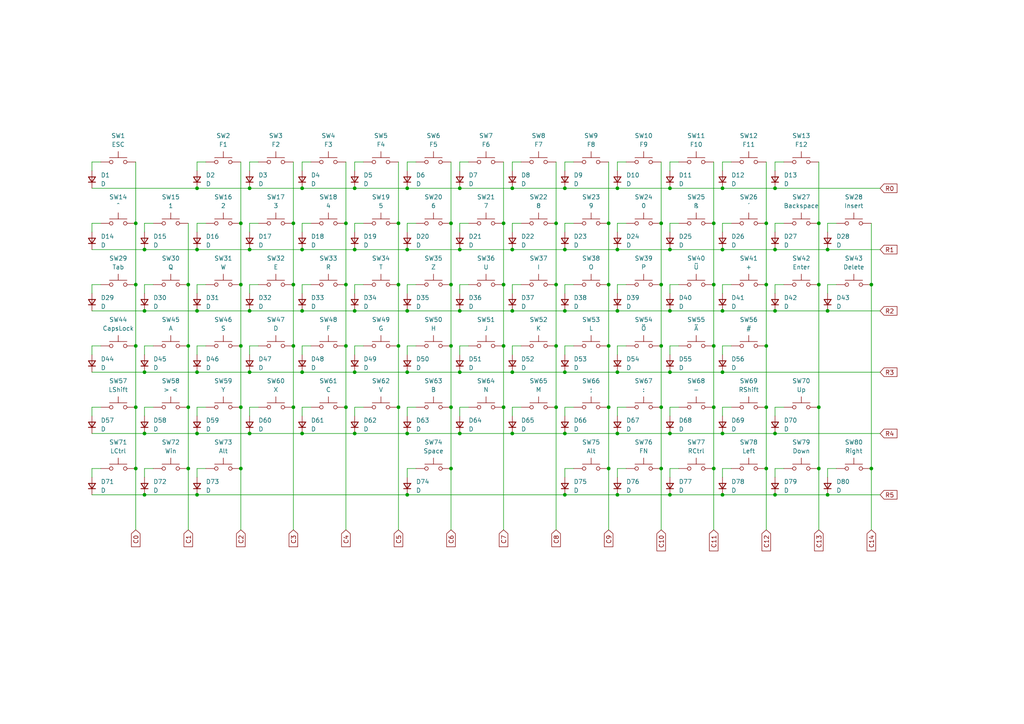
<source format=kicad_sch>
(kicad_sch (version 20231120) (generator "eeschema") (generator_version "8.0")
  (paper "A4")
  (title_block (company "Sebastian Fromm"))
  (junction (at 161.29 100.33))
  (junction (at 69.85 118.11))
  (junction (at 41.91 72.39))
  (junction (at 118.11 107.95))
  (junction (at 194.31 72.39))
  (junction (at 41.91 125.73))
  (junction (at 72.39 107.95))
  (junction (at 39.37 135.89))
  (junction (at 191.77 100.33))
  (junction (at 179.07 54.61))
  (junction (at 176.53 135.89))
  (junction (at 237.49 118.11))
  (junction (at 130.81 64.77))
  (junction (at 240.03 72.39))
  (junction (at 100.33 100.33))
  (junction (at 133.35 125.73))
  (junction (at 57.15 107.95))
  (junction (at 102.87 90.17))
  (junction (at 224.79 90.17))
  (junction (at 237.49 64.77))
  (junction (at 194.31 90.17))
  (junction (at 163.83 125.73))
  (junction (at 118.11 54.61))
  (junction (at 148.59 125.73))
  (junction (at 130.81 135.89))
  (junction (at 209.55 72.39))
  (junction (at 57.15 125.73))
  (junction (at 148.59 107.95))
  (junction (at 209.55 90.17))
  (junction (at 176.53 100.33))
  (junction (at 57.15 90.17))
  (junction (at 69.85 64.77))
  (junction (at 69.85 82.55))
  (junction (at 41.91 90.17))
  (junction (at 207.01 64.77))
  (junction (at 130.81 82.55))
  (junction (at 179.07 107.95))
  (junction (at 85.09 82.55))
  (junction (at 240.03 90.17))
  (junction (at 222.25 100.33))
  (junction (at 146.05 118.11))
  (junction (at 252.73 82.55))
  (junction (at 130.81 100.33))
  (junction (at 176.53 64.77))
  (junction (at 179.07 90.17))
  (junction (at 179.07 125.73))
  (junction (at 176.53 82.55))
  (junction (at 100.33 64.77))
  (junction (at 209.55 107.95))
  (junction (at 85.09 64.77))
  (junction (at 72.39 72.39))
  (junction (at 87.63 54.61))
  (junction (at 130.81 118.11))
  (junction (at 102.87 72.39))
  (junction (at 39.37 100.33))
  (junction (at 240.03 143.51))
  (junction (at 69.85 100.33))
  (junction (at 39.37 64.77))
  (junction (at 133.35 54.61))
  (junction (at 85.09 100.33))
  (junction (at 146.05 100.33))
  (junction (at 163.83 54.61))
  (junction (at 87.63 90.17))
  (junction (at 224.79 143.51))
  (junction (at 85.09 118.11))
  (junction (at 57.15 143.51))
  (junction (at 72.39 90.17))
  (junction (at 222.25 64.77))
  (junction (at 237.49 135.89))
  (junction (at 163.83 143.51))
  (junction (at 163.83 107.95))
  (junction (at 161.29 64.77))
  (junction (at 133.35 72.39))
  (junction (at 41.91 107.95))
  (junction (at 163.83 90.17))
  (junction (at 163.83 72.39))
  (junction (at 191.77 118.11))
  (junction (at 72.39 54.61))
  (junction (at 133.35 107.95))
  (junction (at 102.87 107.95))
  (junction (at 179.07 143.51))
  (junction (at 115.57 118.11))
  (junction (at 115.57 64.77))
  (junction (at 209.55 125.73))
  (junction (at 194.31 125.73))
  (junction (at 207.01 118.11))
  (junction (at 54.61 118.11))
  (junction (at 118.11 143.51))
  (junction (at 146.05 64.77))
  (junction (at 118.11 125.73))
  (junction (at 115.57 82.55))
  (junction (at 207.01 135.89))
  (junction (at 209.55 54.61))
  (junction (at 87.63 107.95))
  (junction (at 224.79 54.61))
  (junction (at 222.25 82.55))
  (junction (at 100.33 82.55))
  (junction (at 191.77 135.89))
  (junction (at 69.85 135.89))
  (junction (at 102.87 125.73))
  (junction (at 191.77 82.55))
  (junction (at 72.39 125.73))
  (junction (at 207.01 82.55))
  (junction (at 207.01 100.33))
  (junction (at 54.61 135.89))
  (junction (at 222.25 135.89))
  (junction (at 194.31 54.61))
  (junction (at 148.59 90.17))
  (junction (at 148.59 72.39))
  (junction (at 176.53 118.11))
  (junction (at 54.61 82.55))
  (junction (at 118.11 72.39))
  (junction (at 54.61 100.33))
  (junction (at 102.87 54.61))
  (junction (at 87.63 125.73))
  (junction (at 87.63 72.39))
  (junction (at 39.37 82.55))
  (junction (at 161.29 82.55))
  (junction (at 41.91 143.51))
  (junction (at 191.77 64.77))
  (junction (at 194.31 143.51))
  (junction (at 161.29 118.11))
  (junction (at 118.11 90.17))
  (junction (at 115.57 100.33))
  (junction (at 224.79 72.39))
  (junction (at 133.35 90.17))
  (junction (at 148.59 54.61))
  (junction (at 57.15 72.39))
  (junction (at 146.05 82.55))
  (junction (at 39.37 118.11))
  (junction (at 237.49 82.55))
  (junction (at 100.33 118.11))
  (junction (at 209.55 143.51))
  (junction (at 57.15 54.61))
  (junction (at 224.79 125.73))
  (junction (at 179.07 72.39))
  (junction (at 194.31 107.95))
  (junction (at 252.73 135.89))
  (junction (at 222.25 118.11))
  (wire (pts (xy 209.55 120.65) (xy 209.55 118.11)))
  (wire (pts (xy 133.35 49.53) (xy 133.35 46.99)))
  (wire (pts (xy 163.83 107.95) (xy 179.07 107.95)))
  (wire (pts (xy 57.15 46.99) (xy 59.69 46.99)))
  (wire (pts (xy 148.59 64.77) (xy 151.13 64.77)))
  (wire (pts (xy 72.39 72.39) (xy 87.63 72.39)))
  (wire (pts (xy 209.55 49.53) (xy 209.55 46.99)))
  (wire (pts (xy 252.73 64.77) (xy 252.73 82.55)))
  (wire (pts (xy 133.35 72.39) (xy 148.59 72.39)))
  (wire (pts (xy 163.83 135.89) (xy 166.37 135.89)))
  (wire (pts (xy 39.37 118.11) (xy 39.37 135.89)))
  (wire (pts (xy 57.15 90.17) (xy 72.39 90.17)))
  (wire (pts (xy 161.29 46.99) (xy 161.29 64.77)))
  (wire (pts (xy 146.05 100.33) (xy 146.05 118.11)))
  (wire (pts (xy 194.31 72.39) (xy 209.55 72.39)))
  (wire (pts (xy 163.83 102.87) (xy 163.83 100.33)))
  (wire (pts (xy 130.81 118.11) (xy 130.81 135.89)))
  (wire (pts (xy 102.87 72.39) (xy 118.11 72.39)))
  (wire (pts (xy 87.63 118.11) (xy 90.17 118.11)))
  (wire (pts (xy 207.01 82.55) (xy 207.01 100.33)))
  (wire (pts (xy 87.63 125.73) (xy 102.87 125.73)))
  (wire (pts (xy 39.37 82.55) (xy 39.37 100.33)))
  (wire (pts (xy 54.61 100.33) (xy 54.61 118.11)))
  (wire (pts (xy 26.67 118.11) (xy 29.21 118.11)))
  (wire (pts (xy 209.55 138.43) (xy 209.55 135.89)))
  (wire (pts (xy 194.31 54.61) (xy 209.55 54.61)))
  (wire (pts (xy 222.25 64.77) (xy 222.25 82.55)))
  (wire (pts (xy 176.53 100.33) (xy 176.53 118.11)))
  (wire (pts (xy 163.83 64.77) (xy 166.37 64.77)))
  (wire (pts (xy 148.59 82.55) (xy 151.13 82.55)))
  (wire (pts (xy 224.79 120.65) (xy 224.79 118.11)))
  (wire (pts (xy 237.49 135.89) (xy 237.49 153.67)))
  (wire (pts (xy 222.25 100.33) (xy 222.25 118.11)))
  (wire (pts (xy 191.77 100.33) (xy 191.77 118.11)))
  (wire (pts (xy 146.05 64.77) (xy 146.05 82.55)))
  (wire (pts (xy 57.15 100.33) (xy 59.69 100.33)))
  (wire (pts (xy 87.63 90.17) (xy 102.87 90.17)))
  (wire (pts (xy 179.07 90.17) (xy 194.31 90.17)))
  (wire (pts (xy 224.79 82.55) (xy 227.33 82.55)))
  (wire (pts (xy 191.77 64.77) (xy 191.77 82.55)))
  (wire (pts (xy 85.09 46.99) (xy 85.09 64.77)))
  (wire (pts (xy 133.35 90.17) (xy 148.59 90.17)))
  (wire (pts (xy 163.83 67.31) (xy 163.83 64.77)))
  (wire (pts (xy 194.31 102.87) (xy 194.31 100.33)))
  (wire (pts (xy 237.49 118.11) (xy 237.49 135.89)))
  (wire (pts (xy 240.03 67.31) (xy 240.03 64.77)))
  (wire (pts (xy 102.87 85.09) (xy 102.87 82.55)))
  (wire (pts (xy 163.83 46.99) (xy 166.37 46.99)))
  (wire (pts (xy 179.07 54.61) (xy 194.31 54.61)))
  (wire (pts (xy 179.07 135.89) (xy 181.61 135.89)))
  (wire (pts (xy 133.35 82.55) (xy 135.89 82.55)))
  (wire (pts (xy 72.39 120.65) (xy 72.39 118.11)))
  (wire (pts (xy 224.79 90.17) (xy 240.03 90.17)))
  (wire (pts (xy 118.11 82.55) (xy 120.65 82.55)))
  (wire (pts (xy 148.59 102.87) (xy 148.59 100.33)))
  (wire (pts (xy 102.87 49.53) (xy 102.87 46.99)))
  (wire (pts (xy 57.15 85.09) (xy 57.15 82.55)))
  (wire (pts (xy 237.49 82.55) (xy 237.49 118.11)))
  (wire (pts (xy 26.67 72.39) (xy 41.91 72.39)))
  (wire (pts (xy 102.87 67.31) (xy 102.87 64.77)))
  (wire (pts (xy 72.39 90.17) (xy 87.63 90.17)))
  (wire (pts (xy 237.49 64.77) (xy 237.49 82.55)))
  (wire (pts (xy 115.57 64.77) (xy 115.57 82.55)))
  (wire (pts (xy 176.53 46.99) (xy 176.53 64.77)))
  (wire (pts (xy 146.05 82.55) (xy 146.05 100.33)))
  (wire (pts (xy 69.85 135.89) (xy 69.85 153.67)))
  (wire (pts (xy 209.55 125.73) (xy 224.79 125.73)))
  (wire (pts (xy 148.59 120.65) (xy 148.59 118.11)))
  (wire (pts (xy 69.85 64.77) (xy 69.85 82.55)))
  (wire (pts (xy 26.67 102.87) (xy 26.67 100.33)))
  (wire (pts (xy 224.79 49.53) (xy 224.79 46.99)))
  (wire (pts (xy 148.59 107.95) (xy 163.83 107.95)))
  (wire (pts (xy 240.03 64.77) (xy 242.57 64.77)))
  (wire (pts (xy 176.53 64.77) (xy 176.53 82.55)))
  (wire (pts (xy 133.35 102.87) (xy 133.35 100.33)))
  (wire (pts (xy 57.15 107.95) (xy 72.39 107.95)))
  (wire (pts (xy 224.79 85.09) (xy 224.79 82.55)))
  (wire (pts (xy 118.11 107.95) (xy 133.35 107.95)))
  (wire (pts (xy 133.35 100.33) (xy 135.89 100.33)))
  (wire (pts (xy 54.61 82.55) (xy 54.61 100.33)))
  (wire (pts (xy 133.35 120.65) (xy 133.35 118.11)))
  (wire (pts (xy 26.67 120.65) (xy 26.67 118.11)))
  (wire (pts (xy 194.31 100.33) (xy 196.85 100.33)))
  (wire (pts (xy 102.87 118.11) (xy 105.41 118.11)))
  (wire (pts (xy 102.87 102.87) (xy 102.87 100.33)))
  (wire (pts (xy 130.81 100.33) (xy 130.81 118.11)))
  (wire (pts (xy 161.29 64.77) (xy 161.29 82.55)))
  (wire (pts (xy 179.07 120.65) (xy 179.07 118.11)))
  (wire (pts (xy 87.63 107.95) (xy 102.87 107.95)))
  (wire (pts (xy 26.67 125.73) (xy 41.91 125.73)))
  (wire (pts (xy 54.61 118.11) (xy 54.61 135.89)))
  (wire (pts (xy 118.11 135.89) (xy 120.65 135.89)))
  (wire (pts (xy 209.55 72.39) (xy 224.79 72.39)))
  (wire (pts (xy 102.87 120.65) (xy 102.87 118.11)))
  (wire (pts (xy 163.83 138.43) (xy 163.83 135.89)))
  (wire (pts (xy 191.77 135.89) (xy 191.77 153.67)))
  (wire (pts (xy 163.83 72.39) (xy 179.07 72.39)))
  (wire (pts (xy 224.79 118.11) (xy 227.33 118.11)))
  (wire (pts (xy 26.67 64.77) (xy 29.21 64.77)))
  (wire (pts (xy 224.79 67.31) (xy 224.79 64.77)))
  (wire (pts (xy 163.83 120.65) (xy 163.83 118.11)))
  (wire (pts (xy 194.31 138.43) (xy 194.31 135.89)))
  (wire (pts (xy 191.77 46.99) (xy 191.77 64.77)))
  (wire (pts (xy 207.01 135.89) (xy 207.01 153.67)))
  (wire (pts (xy 194.31 64.77) (xy 196.85 64.77)))
  (wire (pts (xy 133.35 118.11) (xy 135.89 118.11)))
  (wire (pts (xy 133.35 85.09) (xy 133.35 82.55)))
  (wire (pts (xy 179.07 138.43) (xy 179.07 135.89)))
  (wire (pts (xy 85.09 118.11) (xy 85.09 153.67)))
  (wire (pts (xy 222.25 135.89) (xy 222.25 153.67)))
  (wire (pts (xy 179.07 67.31) (xy 179.07 64.77)))
  (wire (pts (xy 207.01 118.11) (xy 207.01 135.89)))
  (wire (pts (xy 240.03 90.17) (xy 255.27 90.17)))
  (wire (pts (xy 41.91 72.39) (xy 57.15 72.39)))
  (wire (pts (xy 39.37 135.89) (xy 39.37 153.67)))
  (wire (pts (xy 133.35 46.99) (xy 135.89 46.99)))
  (wire (pts (xy 57.15 143.51) (xy 118.11 143.51)))
  (wire (pts (xy 72.39 49.53) (xy 72.39 46.99)))
  (wire (pts (xy 118.11 72.39) (xy 133.35 72.39)))
  (wire (pts (xy 102.87 64.77) (xy 105.41 64.77)))
  (wire (pts (xy 179.07 82.55) (xy 181.61 82.55)))
  (wire (pts (xy 57.15 135.89) (xy 59.69 135.89)))
  (wire (pts (xy 72.39 82.55) (xy 74.93 82.55)))
  (wire (pts (xy 87.63 67.31) (xy 87.63 64.77)))
  (wire (pts (xy 163.83 49.53) (xy 163.83 46.99)))
  (wire (pts (xy 41.91 67.31) (xy 41.91 64.77)))
  (wire (pts (xy 100.33 118.11) (xy 100.33 153.67)))
  (wire (pts (xy 224.79 46.99) (xy 227.33 46.99)))
  (wire (pts (xy 100.33 46.99) (xy 100.33 64.77)))
  (wire (pts (xy 118.11 125.73) (xy 133.35 125.73)))
  (wire (pts (xy 57.15 138.43) (xy 57.15 135.89)))
  (wire (pts (xy 130.81 82.55) (xy 130.81 100.33)))
  (wire (pts (xy 209.55 102.87) (xy 209.55 100.33)))
  (wire (pts (xy 54.61 135.89) (xy 54.61 153.67)))
  (wire (pts (xy 209.55 118.11) (xy 212.09 118.11)))
  (wire (pts (xy 57.15 82.55) (xy 59.69 82.55)))
  (wire (pts (xy 161.29 118.11) (xy 161.29 153.67)))
  (wire (pts (xy 102.87 125.73) (xy 118.11 125.73)))
  (wire (pts (xy 115.57 46.99) (xy 115.57 64.77)))
  (wire (pts (xy 57.15 125.73) (xy 72.39 125.73)))
  (wire (pts (xy 176.53 135.89) (xy 176.53 153.67)))
  (wire (pts (xy 87.63 54.61) (xy 102.87 54.61)))
  (wire (pts (xy 115.57 100.33) (xy 115.57 118.11)))
  (wire (pts (xy 148.59 67.31) (xy 148.59 64.77)))
  (wire (pts (xy 57.15 49.53) (xy 57.15 46.99)))
  (wire (pts (xy 252.73 82.55) (xy 252.73 135.89)))
  (wire (pts (xy 87.63 49.53) (xy 87.63 46.99)))
  (wire (pts (xy 87.63 46.99) (xy 90.17 46.99)))
  (wire (pts (xy 57.15 102.87) (xy 57.15 100.33)))
  (wire (pts (xy 163.83 85.09) (xy 163.83 82.55)))
  (wire (pts (xy 133.35 54.61) (xy 148.59 54.61)))
  (wire (pts (xy 194.31 125.73) (xy 209.55 125.73)))
  (wire (pts (xy 179.07 100.33) (xy 181.61 100.33)))
  (wire (pts (xy 209.55 54.61) (xy 224.79 54.61)))
  (wire (pts (xy 252.73 135.89) (xy 252.73 153.67)))
  (wire (pts (xy 39.37 46.99) (xy 39.37 64.77)))
  (wire (pts (xy 194.31 120.65) (xy 194.31 118.11)))
  (wire (pts (xy 133.35 67.31) (xy 133.35 64.77)))
  (wire (pts (xy 209.55 67.31) (xy 209.55 64.77)))
  (wire (pts (xy 179.07 102.87) (xy 179.07 100.33)))
  (wire (pts (xy 69.85 100.33) (xy 69.85 118.11)))
  (wire (pts (xy 26.67 107.95) (xy 41.91 107.95)))
  (wire (pts (xy 148.59 85.09) (xy 148.59 82.55)))
  (wire (pts (xy 57.15 54.61) (xy 72.39 54.61)))
  (wire (pts (xy 148.59 72.39) (xy 163.83 72.39)))
  (wire (pts (xy 237.49 46.99) (xy 237.49 64.77)))
  (wire (pts (xy 72.39 85.09) (xy 72.39 82.55)))
  (wire (pts (xy 72.39 46.99) (xy 74.93 46.99)))
  (wire (pts (xy 87.63 82.55) (xy 90.17 82.55)))
  (wire (pts (xy 102.87 107.95) (xy 118.11 107.95)))
  (wire (pts (xy 41.91 125.73) (xy 57.15 125.73)))
  (wire (pts (xy 194.31 46.99) (xy 196.85 46.99)))
  (wire (pts (xy 179.07 125.73) (xy 194.31 125.73)))
  (wire (pts (xy 209.55 107.95) (xy 255.27 107.95)))
  (wire (pts (xy 118.11 85.09) (xy 118.11 82.55)))
  (wire (pts (xy 209.55 90.17) (xy 224.79 90.17)))
  (wire (pts (xy 41.91 64.77) (xy 44.45 64.77)))
  (wire (pts (xy 209.55 64.77) (xy 212.09 64.77)))
  (wire (pts (xy 222.25 82.55) (xy 222.25 100.33)))
  (wire (pts (xy 57.15 118.11) (xy 59.69 118.11)))
  (wire (pts (xy 41.91 143.51) (xy 57.15 143.51)))
  (wire (pts (xy 133.35 64.77) (xy 135.89 64.77)))
  (wire (pts (xy 39.37 100.33) (xy 39.37 118.11)))
  (wire (pts (xy 194.31 82.55) (xy 196.85 82.55)))
  (wire (pts (xy 179.07 46.99) (xy 181.61 46.99)))
  (wire (pts (xy 209.55 100.33) (xy 212.09 100.33)))
  (wire (pts (xy 85.09 82.55) (xy 85.09 100.33)))
  (wire (pts (xy 146.05 46.99) (xy 146.05 64.77)))
  (wire (pts (xy 194.31 90.17) (xy 209.55 90.17)))
  (wire (pts (xy 41.91 90.17) (xy 57.15 90.17)))
  (wire (pts (xy 41.91 107.95) (xy 57.15 107.95)))
  (wire (pts (xy 179.07 85.09) (xy 179.07 82.55)))
  (wire (pts (xy 41.91 120.65) (xy 41.91 118.11)))
  (wire (pts (xy 148.59 49.53) (xy 148.59 46.99)))
  (wire (pts (xy 163.83 90.17) (xy 179.07 90.17)))
  (wire (pts (xy 224.79 125.73) (xy 255.27 125.73)))
  (wire (pts (xy 57.15 120.65) (xy 57.15 118.11)))
  (wire (pts (xy 209.55 82.55) (xy 212.09 82.55)))
  (wire (pts (xy 26.67 85.09) (xy 26.67 82.55)))
  (wire (pts (xy 209.55 135.89) (xy 212.09 135.89)))
  (wire (pts (xy 240.03 135.89) (xy 242.57 135.89)))
  (wire (pts (xy 240.03 82.55) (xy 242.57 82.55)))
  (wire (pts (xy 148.59 46.99) (xy 151.13 46.99)))
  (wire (pts (xy 69.85 82.55) (xy 69.85 100.33)))
  (wire (pts (xy 72.39 67.31) (xy 72.39 64.77)))
  (wire (pts (xy 72.39 64.77) (xy 74.93 64.77)))
  (wire (pts (xy 179.07 64.77) (xy 181.61 64.77)))
  (wire (pts (xy 130.81 135.89) (xy 130.81 153.67)))
  (wire (pts (xy 148.59 100.33) (xy 151.13 100.33)))
  (wire (pts (xy 224.79 138.43) (xy 224.79 135.89)))
  (wire (pts (xy 26.67 54.61) (xy 57.15 54.61)))
  (wire (pts (xy 207.01 100.33) (xy 207.01 118.11)))
  (wire (pts (xy 240.03 143.51) (xy 255.27 143.51)))
  (wire (pts (xy 72.39 54.61) (xy 87.63 54.61)))
  (wire (pts (xy 194.31 67.31) (xy 194.31 64.77)))
  (wire (pts (xy 118.11 120.65) (xy 118.11 118.11)))
  (wire (pts (xy 118.11 138.43) (xy 118.11 135.89)))
  (wire (pts (xy 41.91 100.33) (xy 44.45 100.33)))
  (wire (pts (xy 72.39 125.73) (xy 87.63 125.73)))
  (wire (pts (xy 26.67 138.43) (xy 26.67 135.89)))
  (wire (pts (xy 72.39 100.33) (xy 74.93 100.33)))
  (wire (pts (xy 194.31 107.95) (xy 209.55 107.95)))
  (wire (pts (xy 118.11 46.99) (xy 120.65 46.99)))
  (wire (pts (xy 194.31 135.89) (xy 196.85 135.89)))
  (wire (pts (xy 87.63 120.65) (xy 87.63 118.11)))
  (wire (pts (xy 57.15 67.31) (xy 57.15 64.77)))
  (wire (pts (xy 41.91 135.89) (xy 44.45 135.89)))
  (wire (pts (xy 115.57 118.11) (xy 115.57 153.67)))
  (wire (pts (xy 240.03 72.39) (xy 255.27 72.39)))
  (wire (pts (xy 54.61 64.77) (xy 54.61 82.55)))
  (wire (pts (xy 118.11 67.31) (xy 118.11 64.77)))
  (wire (pts (xy 26.67 49.53) (xy 26.67 46.99)))
  (wire (pts (xy 41.91 85.09) (xy 41.91 82.55)))
  (wire (pts (xy 130.81 46.99) (xy 130.81 64.77)))
  (wire (pts (xy 194.31 118.11) (xy 196.85 118.11)))
  (wire (pts (xy 102.87 82.55) (xy 105.41 82.55)))
  (wire (pts (xy 118.11 64.77) (xy 120.65 64.77)))
  (wire (pts (xy 146.05 118.11) (xy 146.05 153.67)))
  (wire (pts (xy 69.85 118.11) (xy 69.85 135.89)))
  (wire (pts (xy 194.31 85.09) (xy 194.31 82.55)))
  (wire (pts (xy 118.11 49.53) (xy 118.11 46.99)))
  (wire (pts (xy 148.59 90.17) (xy 163.83 90.17)))
  (wire (pts (xy 100.33 82.55) (xy 100.33 100.33)))
  (wire (pts (xy 100.33 64.77) (xy 100.33 82.55)))
  (wire (pts (xy 87.63 100.33) (xy 90.17 100.33)))
  (wire (pts (xy 41.91 102.87) (xy 41.91 100.33)))
  (wire (pts (xy 115.57 82.55) (xy 115.57 100.33)))
  (wire (pts (xy 72.39 102.87) (xy 72.39 100.33)))
  (wire (pts (xy 118.11 100.33) (xy 120.65 100.33)))
  (wire (pts (xy 26.67 82.55) (xy 29.21 82.55)))
  (wire (pts (xy 207.01 46.99) (xy 207.01 64.77)))
  (wire (pts (xy 41.91 118.11) (xy 44.45 118.11)))
  (wire (pts (xy 26.67 67.31) (xy 26.67 64.77)))
  (wire (pts (xy 179.07 143.51) (xy 194.31 143.51)))
  (wire (pts (xy 176.53 118.11) (xy 176.53 135.89)))
  (wire (pts (xy 102.87 46.99) (xy 105.41 46.99)))
  (wire (pts (xy 209.55 46.99) (xy 212.09 46.99)))
  (wire (pts (xy 148.59 125.73) (xy 163.83 125.73)))
  (wire (pts (xy 163.83 143.51) (xy 179.07 143.51)))
  (wire (pts (xy 72.39 118.11) (xy 74.93 118.11)))
  (wire (pts (xy 118.11 90.17) (xy 133.35 90.17)))
  (wire (pts (xy 118.11 54.61) (xy 133.35 54.61)))
  (wire (pts (xy 39.37 64.77) (xy 39.37 82.55)))
  (wire (pts (xy 224.79 135.89) (xy 227.33 135.89)))
  (wire (pts (xy 194.31 49.53) (xy 194.31 46.99)))
  (wire (pts (xy 163.83 54.61) (xy 179.07 54.61)))
  (wire (pts (xy 118.11 143.51) (xy 163.83 143.51)))
  (wire (pts (xy 224.79 72.39) (xy 240.03 72.39)))
  (wire (pts (xy 87.63 72.39) (xy 102.87 72.39)))
  (wire (pts (xy 102.87 54.61) (xy 118.11 54.61)))
  (wire (pts (xy 41.91 82.55) (xy 44.45 82.55)))
  (wire (pts (xy 207.01 64.77) (xy 207.01 82.55)))
  (wire (pts (xy 69.85 46.99) (xy 69.85 64.77)))
  (wire (pts (xy 179.07 118.11) (xy 181.61 118.11)))
  (wire (pts (xy 100.33 100.33) (xy 100.33 118.11)))
  (wire (pts (xy 224.79 64.77) (xy 227.33 64.77)))
  (wire (pts (xy 209.55 143.51) (xy 224.79 143.51)))
  (wire (pts (xy 102.87 100.33) (xy 105.41 100.33)))
  (wire (pts (xy 118.11 102.87) (xy 118.11 100.33)))
  (wire (pts (xy 179.07 49.53) (xy 179.07 46.99)))
  (wire (pts (xy 87.63 102.87) (xy 87.63 100.33)))
  (wire (pts (xy 163.83 100.33) (xy 166.37 100.33)))
  (wire (pts (xy 209.55 85.09) (xy 209.55 82.55)))
  (wire (pts (xy 26.67 90.17) (xy 41.91 90.17)))
  (wire (pts (xy 148.59 54.61) (xy 163.83 54.61)))
  (wire (pts (xy 222.25 46.99) (xy 222.25 64.77)))
  (wire (pts (xy 240.03 85.09) (xy 240.03 82.55)))
  (wire (pts (xy 163.83 82.55) (xy 166.37 82.55)))
  (wire (pts (xy 163.83 125.73) (xy 179.07 125.73)))
  (wire (pts (xy 194.31 143.51) (xy 209.55 143.51)))
  (wire (pts (xy 191.77 82.55) (xy 191.77 100.33)))
  (wire (pts (xy 57.15 72.39) (xy 72.39 72.39)))
  (wire (pts (xy 26.67 135.89) (xy 29.21 135.89)))
  (wire (pts (xy 240.03 138.43) (xy 240.03 135.89)))
  (wire (pts (xy 179.07 72.39) (xy 194.31 72.39)))
  (wire (pts (xy 26.67 46.99) (xy 29.21 46.99)))
  (wire (pts (xy 118.11 118.11) (xy 120.65 118.11)))
  (wire (pts (xy 102.87 90.17) (xy 118.11 90.17)))
  (wire (pts (xy 163.83 118.11) (xy 166.37 118.11)))
  (wire (pts (xy 87.63 85.09) (xy 87.63 82.55)))
  (wire (pts (xy 161.29 100.33) (xy 161.29 118.11)))
  (wire (pts (xy 85.09 64.77) (xy 85.09 82.55)))
  (wire (pts (xy 87.63 64.77) (xy 90.17 64.77)))
  (wire (pts (xy 57.15 64.77) (xy 59.69 64.77)))
  (wire (pts (xy 26.67 143.51) (xy 41.91 143.51)))
  (wire (pts (xy 148.59 118.11) (xy 151.13 118.11)))
  (wire (pts (xy 133.35 107.95) (xy 148.59 107.95)))
  (wire (pts (xy 179.07 107.95) (xy 194.31 107.95)))
  (wire (pts (xy 130.81 64.77) (xy 130.81 82.55)))
  (wire (pts (xy 191.77 118.11) (xy 191.77 135.89)))
  (wire (pts (xy 161.29 82.55) (xy 161.29 100.33)))
  (wire (pts (xy 26.67 100.33) (xy 29.21 100.33)))
  (wire (pts (xy 224.79 54.61) (xy 255.27 54.61)))
  (wire (pts (xy 222.25 118.11) (xy 222.25 135.89)))
  (wire (pts (xy 72.39 107.95) (xy 87.63 107.95)))
  (wire (pts (xy 133.35 125.73) (xy 148.59 125.73)))
  (wire (pts (xy 85.09 100.33) (xy 85.09 118.11)))
  (wire (pts (xy 176.53 82.55) (xy 176.53 100.33)))
  (wire (pts (xy 224.79 143.51) (xy 240.03 143.51)))
  (wire (pts (xy 41.91 138.43) (xy 41.91 135.89)))
  (global_label "C11" (shape input) (at 207.01 153.67 270) (property "Intersheetrefs" "${INTERSHEET_REFS}" (effects (hide yes))))
  (global_label "C0" (shape input) (at 39.37 153.67 270) (property "Intersheetrefs" "${INTERSHEET_REFS}" (effects (hide yes))))
  (global_label "C10" (shape input) (at 191.77 153.67 270) (property "Intersheetrefs" "${INTERSHEET_REFS}" (effects (hide yes))))
  (global_label "C12" (shape input) (at 222.25 153.67 270) (property "Intersheetrefs" "${INTERSHEET_REFS}" (effects (hide yes))))
  (global_label "R1" (shape input) (at 255.27 72.39 0) (property "Intersheetrefs" "${INTERSHEET_REFS}" (effects (hide yes))))
  (global_label "C6" (shape input) (at 130.81 153.67 270) (property "Intersheetrefs" "${INTERSHEET_REFS}" (effects (hide yes))))
  (global_label "C9" (shape input) (at 176.53 153.67 270) (property "Intersheetrefs" "${INTERSHEET_REFS}" (effects (hide yes))))
  (global_label "R3" (shape input) (at 255.27 107.95 0) (property "Intersheetrefs" "${INTERSHEET_REFS}" (effects (hide yes))))
  (global_label "R4" (shape input) (at 255.27 125.73 0) (property "Intersheetrefs" "${INTERSHEET_REFS}" (effects (hide yes))))
  (global_label "C5" (shape input) (at 115.57 153.67 270) (property "Intersheetrefs" "${INTERSHEET_REFS}" (effects (hide yes))))
  (global_label "C2" (shape input) (at 69.85 153.67 270) (property "Intersheetrefs" "${INTERSHEET_REFS}" (effects (hide yes))))
  (global_label "C13" (shape input) (at 237.49 153.67 270) (property "Intersheetrefs" "${INTERSHEET_REFS}" (effects (hide yes))))
  (global_label "R0" (shape input) (at 255.27 54.61 0) (property "Intersheetrefs" "${INTERSHEET_REFS}" (effects (hide yes))))
  (global_label "C8" (shape input) (at 161.29 153.67 270) (property "Intersheetrefs" "${INTERSHEET_REFS}" (effects (hide yes))))
  (global_label "R2" (shape input) (at 255.27 90.17 0) (property "Intersheetrefs" "${INTERSHEET_REFS}" (effects (hide yes))))
  (global_label "C3" (shape input) (at 85.09 153.67 270) (property "Intersheetrefs" "${INTERSHEET_REFS}" (effects (hide yes))))
  (global_label "C4" (shape input) (at 100.33 153.67 270) (property "Intersheetrefs" "${INTERSHEET_REFS}" (effects (hide yes))))
  (global_label "R5" (shape input) (at 255.27 143.51 0) (property "Intersheetrefs" "${INTERSHEET_REFS}" (effects (hide yes))))
  (global_label "C7" (shape input) (at 146.05 153.67 270) (property "Intersheetrefs" "${INTERSHEET_REFS}" (effects (hide yes))))
  (global_label "C14" (shape input) (at 252.73 153.67 270) (property "Intersheetrefs" "${INTERSHEET_REFS}" (effects (hide yes))))
  (global_label "C1" (shape input) (at 54.61 153.67 270) (property "Intersheetrefs" "${INTERSHEET_REFS}" (effects (hide yes))))
  (symbol (lib_id "Switch:SW_Push") (at 171.45 135.89 0) (unit 1)
    (property "Reference" "SW75" (at 171.45 128.27 0))
    (property "Value" "Alt" (at 171.45 130.81 0))
    (property "Footprint" "PCM_Switch_Keyboard_Hotswap_Kailh:SW_Hotswap_Kailh_MX_1.25u" (effects (hide yes)))
    (property "Description" "Push button switch, generic, two pins" (effects (hide yes)))
  )
  (symbol (lib_id "Device:D_Small") (at 41.91 140.97 90) (unit 1)
    (property "Reference" "D72" (at 44.45 139.6999 90) (effects (justify right)))
    (property "Value" "D" (at 44.45 142.2399 90) (effects (justify right)))
    (property "Footprint" "Diode_SMD:D_SOD-123" (effects (hide yes)))
    (property "Description" "Diode, small symbol" (effects (hide yes)))
    (property "Sim.Device" "D" (effects (hide yes)))
    (property "Sim.Pins" "1=K 2=A" (effects (hide yes)))
  )
  (symbol (lib_id "Device:D_Small") (at 102.87 105.41 90) (unit 1)
    (property "Reference" "D49" (at 105.41 104.1399 90) (effects (justify right)))
    (property "Value" "D" (at 105.41 106.6799 90) (effects (justify right)))
    (property "Footprint" "Diode_SMD:D_SOD-123" (effects (hide yes)))
    (property "Description" "Diode, small symbol" (effects (hide yes)))
    (property "Sim.Device" "D" (effects (hide yes)))
    (property "Sim.Pins" "1=K 2=A" (effects (hide yes)))
  )
  (symbol (lib_id "Switch:SW_Push") (at 140.97 100.33 0) (unit 1)
    (property "Reference" "SW51" (at 140.97 92.71 0))
    (property "Value" "J" (at 140.97 95.25 0))
    (property "Footprint" "PCM_Switch_Keyboard_Hotswap_Kailh:SW_Hotswap_Kailh_MX_1.00u" (effects (hide yes)))
    (property "Description" "Push button switch, generic, two pins" (effects (hide yes)))
  )
  (symbol (lib_id "Device:D_Small") (at 41.91 123.19 90) (unit 1)
    (property "Reference" "D58" (at 44.45 121.9199 90) (effects (justify right)))
    (property "Value" "D" (at 44.45 124.4599 90) (effects (justify right)))
    (property "Footprint" "Diode_SMD:D_SOD-123" (effects (hide yes)))
    (property "Description" "Diode, small symbol" (effects (hide yes)))
    (property "Sim.Device" "D" (effects (hide yes)))
    (property "Sim.Pins" "1=K 2=A" (effects (hide yes)))
  )
  (symbol (lib_id "Device:D_Small") (at 148.59 123.19 90) (unit 1)
    (property "Reference" "D65" (at 151.13 121.9199 90) (effects (justify right)))
    (property "Value" "D" (at 151.13 124.4599 90) (effects (justify right)))
    (property "Footprint" "Diode_SMD:D_SOD-123" (effects (hide yes)))
    (property "Description" "Diode, small symbol" (effects (hide yes)))
    (property "Sim.Device" "D" (effects (hide yes)))
    (property "Sim.Pins" "1=K 2=A" (effects (hide yes)))
  )
  (symbol (lib_id "Device:D_Small") (at 102.87 87.63 90) (unit 1)
    (property "Reference" "D34" (at 105.41 86.3599 90) (effects (justify right)))
    (property "Value" "D" (at 105.41 88.8999 90) (effects (justify right)))
    (property "Footprint" "Diode_SMD:D_SOD-123" (effects (hide yes)))
    (property "Description" "Diode, small symbol" (effects (hide yes)))
    (property "Sim.Device" "D" (effects (hide yes)))
    (property "Sim.Pins" "1=K 2=A" (effects (hide yes)))
  )
  (symbol (lib_id "Device:D_Small") (at 26.67 140.97 90) (unit 1)
    (property "Reference" "D71" (at 29.21 139.6999 90) (effects (justify right)))
    (property "Value" "D" (at 29.21 142.2399 90) (effects (justify right)))
    (property "Footprint" "Diode_SMD:D_SOD-123" (effects (hide yes)))
    (property "Description" "Diode, small symbol" (effects (hide yes)))
    (property "Sim.Device" "D" (effects (hide yes)))
    (property "Sim.Pins" "1=K 2=A" (effects (hide yes)))
  )
  (symbol (lib_id "Switch:SW_Push") (at 80.01 82.55 0) (unit 1)
    (property "Reference" "SW32" (at 80.01 74.93 0))
    (property "Value" "E" (at 80.01 77.47 0))
    (property "Footprint" "PCM_Switch_Keyboard_Hotswap_Kailh:SW_Hotswap_Kailh_MX_1.00u" (effects (hide yes)))
    (property "Description" "Push button switch, generic, two pins" (effects (hide yes)))
  )
  (symbol (lib_id "Device:D_Small") (at 179.07 69.85 90) (unit 1)
    (property "Reference" "D24" (at 181.61 68.5799 90) (effects (justify right)))
    (property "Value" "D" (at 181.61 71.1199 90) (effects (justify right)))
    (property "Footprint" "Diode_SMD:D_SOD-123" (effects (hide yes)))
    (property "Description" "Diode, small symbol" (effects (hide yes)))
    (property "Sim.Device" "D" (effects (hide yes)))
    (property "Sim.Pins" "1=K 2=A" (effects (hide yes)))
  )
  (symbol (lib_id "Device:D_Small") (at 179.07 105.41 90) (unit 1)
    (property "Reference" "D54" (at 181.61 104.1399 90) (effects (justify right)))
    (property "Value" "D" (at 181.61 106.6799 90) (effects (justify right)))
    (property "Footprint" "Diode_SMD:D_SOD-123" (effects (hide yes)))
    (property "Description" "Diode, small symbol" (effects (hide yes)))
    (property "Sim.Device" "D" (effects (hide yes)))
    (property "Sim.Pins" "1=K 2=A" (effects (hide yes)))
  )
  (symbol (lib_id "Device:D_Small") (at 163.83 123.19 90) (unit 1)
    (property "Reference" "D66" (at 166.37 121.9199 90) (effects (justify right)))
    (property "Value" "D" (at 166.37 124.4599 90) (effects (justify right)))
    (property "Footprint" "Diode_SMD:D_SOD-123" (effects (hide yes)))
    (property "Description" "Diode, small symbol" (effects (hide yes)))
    (property "Sim.Device" "D" (effects (hide yes)))
    (property "Sim.Pins" "1=K 2=A" (effects (hide yes)))
  )
  (symbol (lib_id "Switch:SW_Push") (at 186.69 135.89 0) (unit 1)
    (property "Reference" "SW76" (at 186.69 128.27 0))
    (property "Value" "FN" (at 186.69 130.81 0))
    (property "Footprint" "PCM_Switch_Keyboard_Hotswap_Kailh:SW_Hotswap_Kailh_MX_1.25u" (effects (hide yes)))
    (property "Description" "Push button switch, generic, two pins" (effects (hide yes)))
  )
  (symbol (lib_id "Device:D_Small") (at 133.35 123.19 90) (unit 1)
    (property "Reference" "D64" (at 135.89 121.9199 90) (effects (justify right)))
    (property "Value" "D" (at 135.89 124.4599 90) (effects (justify right)))
    (property "Footprint" "Diode_SMD:D_SOD-123" (effects (hide yes)))
    (property "Description" "Diode, small symbol" (effects (hide yes)))
    (property "Sim.Device" "D" (effects (hide yes)))
    (property "Sim.Pins" "1=K 2=A" (effects (hide yes)))
  )
  (symbol (lib_id "Switch:SW_Push") (at 95.25 82.55 0) (unit 1)
    (property "Reference" "SW33" (at 95.25 74.93 0))
    (property "Value" "R" (at 95.25 77.47 0))
    (property "Footprint" "PCM_Switch_Keyboard_Hotswap_Kailh:SW_Hotswap_Kailh_MX_1.00u" (effects (hide yes)))
    (property "Description" "Push button switch, generic, two pins" (effects (hide yes)))
  )
  (symbol (lib_id "Device:D_Small") (at 118.11 87.63 90) (unit 1)
    (property "Reference" "D35" (at 120.65 86.3599 90) (effects (justify right)))
    (property "Value" "D" (at 120.65 88.8999 90) (effects (justify right)))
    (property "Footprint" "Diode_SMD:D_SOD-123" (effects (hide yes)))
    (property "Description" "Diode, small symbol" (effects (hide yes)))
    (property "Sim.Device" "D" (effects (hide yes)))
    (property "Sim.Pins" "1=K 2=A" (effects (hide yes)))
  )
  (symbol (lib_id "Device:D_Small") (at 41.91 105.41 90) (unit 1)
    (property "Reference" "D45" (at 44.45 104.1399 90) (effects (justify right)))
    (property "Value" "D" (at 44.45 106.6799 90) (effects (justify right)))
    (property "Footprint" "Diode_SMD:D_SOD-123" (effects (hide yes)))
    (property "Description" "Diode, small symbol" (effects (hide yes)))
    (property "Sim.Device" "D" (effects (hide yes)))
    (property "Sim.Pins" "1=K 2=A" (effects (hide yes)))
  )
  (symbol (lib_id "Switch:SW_Push") (at 110.49 82.55 0) (unit 1)
    (property "Reference" "SW34" (at 110.49 74.93 0))
    (property "Value" "T" (at 110.49 77.47 0))
    (property "Footprint" "PCM_Switch_Keyboard_Hotswap_Kailh:SW_Hotswap_Kailh_MX_1.00u" (effects (hide yes)))
    (property "Description" "Push button switch, generic, two pins" (effects (hide yes)))
  )
  (symbol (lib_id "Switch:SW_Push") (at 201.93 135.89 0) (unit 1)
    (property "Reference" "SW77" (at 201.93 128.27 0))
    (property "Value" "RCtrl" (at 201.93 130.81 0))
    (property "Footprint" "PCM_Switch_Keyboard_Hotswap_Kailh:SW_Hotswap_Kailh_MX_1.25u" (effects (hide yes)))
    (property "Description" "Push button switch, generic, two pins" (effects (hide yes)))
  )
  (symbol (lib_id "Switch:SW_Push") (at 140.97 64.77 0) (unit 1)
    (property "Reference" "SW21" (at 140.97 57.15 0))
    (property "Value" "7" (at 140.97 59.69 0))
    (property "Footprint" "PCM_Switch_Keyboard_Hotswap_Kailh:SW_Hotswap_Kailh_MX_1.00u" (effects (hide yes)))
    (property "Description" "Push button switch, generic, two pins" (effects (hide yes)))
  )
  (symbol (lib_id "Device:D_Small") (at 133.35 87.63 90) (unit 1)
    (property "Reference" "D36" (at 135.89 86.3599 90) (effects (justify right)))
    (property "Value" "D" (at 135.89 88.8999 90) (effects (justify right)))
    (property "Footprint" "Diode_SMD:D_SOD-123" (effects (hide yes)))
    (property "Description" "Diode, small symbol" (effects (hide yes)))
    (property "Sim.Device" "D" (effects (hide yes)))
    (property "Sim.Pins" "1=K 2=A" (effects (hide yes)))
  )
  (symbol (lib_id "Device:D_Small") (at 148.59 105.41 90) (unit 1)
    (property "Reference" "D52" (at 151.13 104.1399 90) (effects (justify right)))
    (property "Value" "D" (at 151.13 106.6799 90) (effects (justify right)))
    (property "Footprint" "Diode_SMD:D_SOD-123" (effects (hide yes)))
    (property "Description" "Diode, small symbol" (effects (hide yes)))
    (property "Sim.Device" "D" (effects (hide yes)))
    (property "Sim.Pins" "1=K 2=A" (effects (hide yes)))
  )
  (symbol (lib_id "Device:D_Small") (at 163.83 69.85 90) (unit 1)
    (property "Reference" "D23" (at 166.37 68.5799 90) (effects (justify right)))
    (property "Value" "D" (at 166.37 71.1199 90) (effects (justify right)))
    (property "Footprint" "Diode_SMD:D_SOD-123" (effects (hide yes)))
    (property "Description" "Diode, small symbol" (effects (hide yes)))
    (property "Sim.Device" "D" (effects (hide yes)))
    (property "Sim.Pins" "1=K 2=A" (effects (hide yes)))
  )
  (symbol (lib_id "Device:D_Small") (at 148.59 52.07 90) (unit 1)
    (property "Reference" "D8" (at 151.13 50.7999 90) (effects (justify right)))
    (property "Value" "D" (at 151.13 53.3399 90) (effects (justify right)))
    (property "Footprint" "Diode_SMD:D_SOD-123" (effects (hide yes)))
    (property "Description" "Diode, small symbol" (effects (hide yes)))
    (property "Sim.Device" "D" (effects (hide yes)))
    (property "Sim.Pins" "1=K 2=A" (effects (hide yes)))
  )
  (symbol (lib_id "Device:D_Small") (at 133.35 52.07 90) (unit 1)
    (property "Reference" "D7" (at 135.89 50.7999 90) (effects (justify right)))
    (property "Value" "D" (at 135.89 53.3399 90) (effects (justify right)))
    (property "Footprint" "Diode_SMD:D_SOD-123" (effects (hide yes)))
    (property "Description" "Diode, small symbol" (effects (hide yes)))
    (property "Sim.Device" "D" (effects (hide yes)))
    (property "Sim.Pins" "1=K 2=A" (effects (hide yes)))
  )
  (symbol (lib_id "Device:D_Small") (at 209.55 69.85 90) (unit 1)
    (property "Reference" "D26" (at 212.09 68.5799 90) (effects (justify right)))
    (property "Value" "D" (at 212.09 71.1199 90) (effects (justify right)))
    (property "Footprint" "Diode_SMD:D_SOD-123" (effects (hide yes)))
    (property "Description" "Diode, small symbol" (effects (hide yes)))
    (property "Sim.Device" "D" (effects (hide yes)))
    (property "Sim.Pins" "1=K 2=A" (effects (hide yes)))
  )
  (symbol (lib_id "Device:D_Small") (at 26.67 69.85 90) (unit 1)
    (property "Reference" "D14" (at 29.21 68.5799 90) (effects (justify right)))
    (property "Value" "D" (at 29.21 71.1199 90) (effects (justify right)))
    (property "Footprint" "Diode_SMD:D_SOD-123" (effects (hide yes)))
    (property "Description" "Diode, small symbol" (effects (hide yes)))
    (property "Sim.Device" "D" (effects (hide yes)))
    (property "Sim.Pins" "1=K 2=A" (effects (hide yes)))
  )
  (symbol (lib_id "Switch:SW_Push") (at 217.17 118.11 0) (unit 1)
    (property "Reference" "SW69" (at 217.17 110.49 0))
    (property "Value" "RShift" (at 217.17 113.03 0))
    (property "Footprint" "PCM_Switch_Keyboard_Hotswap_Kailh:SW_Hotswap_Kailh_MX_2.25u" (effects (hide yes)))
    (property "Description" "Push button switch, generic, two pins" (effects (hide yes)))
  )
  (symbol (lib_id "Device:D_Small") (at 148.59 87.63 90) (unit 1)
    (property "Reference" "D37" (at 151.13 86.3599 90) (effects (justify right)))
    (property "Value" "D" (at 151.13 88.8999 90) (effects (justify right)))
    (property "Footprint" "Diode_SMD:D_SOD-123" (effects (hide yes)))
    (property "Description" "Diode, small symbol" (effects (hide yes)))
    (property "Sim.Device" "D" (effects (hide yes)))
    (property "Sim.Pins" "1=K 2=A" (effects (hide yes)))
  )
  (symbol (lib_id "Switch:SW_Push") (at 247.65 82.55 0) (unit 1)
    (property "Reference" "SW43" (at 247.65 74.93 0))
    (property "Value" "Delete" (at 247.65 77.47 0))
    (property "Footprint" "PCM_Switch_Keyboard_Hotswap_Kailh:SW_Hotswap_Kailh_MX_1.00u" (effects (hide yes)))
    (property "Description" "Push button switch, generic, two pins" (effects (hide yes)))
  )
  (symbol (lib_id "Device:D_Small") (at 179.07 87.63 90) (unit 1)
    (property "Reference" "D39" (at 181.61 86.3599 90) (effects (justify right)))
    (property "Value" "D" (at 181.61 88.8999 90) (effects (justify right)))
    (property "Footprint" "Diode_SMD:D_SOD-123" (effects (hide yes)))
    (property "Description" "Diode, small symbol" (effects (hide yes)))
    (property "Sim.Device" "D" (effects (hide yes)))
    (property "Sim.Pins" "1=K 2=A" (effects (hide yes)))
  )
  (symbol (lib_id "Switch:SW_Push") (at 125.73 100.33 0) (unit 1)
    (property "Reference" "SW50" (at 125.73 92.71 0))
    (property "Value" "H" (at 125.73 95.25 0))
    (property "Footprint" "PCM_Switch_Keyboard_Hotswap_Kailh:SW_Hotswap_Kailh_MX_1.00u" (effects (hide yes)))
    (property "Description" "Push button switch, generic, two pins" (effects (hide yes)))
  )
  (symbol (lib_id "Switch:SW_Push") (at 95.25 46.99 0) (unit 1)
    (property "Reference" "SW4" (at 95.25 39.37 0))
    (property "Value" "F3" (at 95.25 41.91 0))
    (property "Footprint" "PCM_Switch_Keyboard_Hotswap_Kailh:SW_Hotswap_Kailh_MX_1.00u" (effects (hide yes)))
    (property "Description" "Push button switch, generic, two pins" (effects (hide yes)))
  )
  (symbol (lib_id "Device:D_Small") (at 194.31 87.63 90) (unit 1)
    (property "Reference" "D40" (at 196.85 86.3599 90) (effects (justify right)))
    (property "Value" "D" (at 196.85 88.8999 90) (effects (justify right)))
    (property "Footprint" "Diode_SMD:D_SOD-123" (effects (hide yes)))
    (property "Description" "Diode, small symbol" (effects (hide yes)))
    (property "Sim.Device" "D" (effects (hide yes)))
    (property "Sim.Pins" "1=K 2=A" (effects (hide yes)))
  )
  (symbol (lib_id "Device:D_Small") (at 240.03 87.63 90) (unit 1)
    (property "Reference" "D43" (at 242.57 86.3599 90) (effects (justify right)))
    (property "Value" "D" (at 242.57 88.8999 90) (effects (justify right)))
    (property "Footprint" "Diode_SMD:D_SOD-123" (effects (hide yes)))
    (property "Description" "Diode, small symbol" (effects (hide yes)))
    (property "Sim.Device" "D" (effects (hide yes)))
    (property "Sim.Pins" "1=K 2=A" (effects (hide yes)))
  )
  (symbol (lib_id "Switch:SW_Push") (at 64.77 118.11 0) (unit 1)
    (property "Reference" "SW59" (at 64.77 110.49 0))
    (property "Value" "Y" (at 64.77 113.03 0))
    (property "Footprint" "PCM_Switch_Keyboard_Hotswap_Kailh:SW_Hotswap_Kailh_MX_1.00u" (effects (hide yes)))
    (property "Description" "Push button switch, generic, two pins" (effects (hide yes)))
  )
  (symbol (lib_id "Switch:SW_Push") (at 156.21 118.11 0) (unit 1)
    (property "Reference" "SW65" (at 156.21 110.49 0))
    (property "Value" "M" (at 156.21 113.03 0))
    (property "Footprint" "PCM_Switch_Keyboard_Hotswap_Kailh:SW_Hotswap_Kailh_MX_1.00u" (effects (hide yes)))
    (property "Description" "Push button switch, generic, two pins" (effects (hide yes)))
  )
  (symbol (lib_id "Device:D_Small") (at 209.55 123.19 90) (unit 1)
    (property "Reference" "D69" (at 212.09 121.9199 90) (effects (justify right)))
    (property "Value" "D" (at 212.09 124.4599 90) (effects (justify right)))
    (property "Footprint" "Diode_SMD:D_SOD-123" (effects (hide yes)))
    (property "Description" "Diode, small symbol" (effects (hide yes)))
    (property "Sim.Device" "D" (effects (hide yes)))
    (property "Sim.Pins" "1=K 2=A" (effects (hide yes)))
  )
  (symbol (lib_id "Switch:SW_Push") (at 95.25 64.77 0) (unit 1)
    (property "Reference" "SW18" (at 95.25 57.15 0))
    (property "Value" "4" (at 95.25 59.69 0))
    (property "Footprint" "PCM_Switch_Keyboard_Hotswap_Kailh:SW_Hotswap_Kailh_MX_1.00u" (effects (hide yes)))
    (property "Description" "Push button switch, generic, two pins" (effects (hide yes)))
  )
  (symbol (lib_id "Switch:SW_Push") (at 125.73 64.77 0) (unit 1)
    (property "Reference" "SW20" (at 125.73 57.15 0))
    (property "Value" "6" (at 125.73 59.69 0))
    (property "Footprint" "PCM_Switch_Keyboard_Hotswap_Kailh:SW_Hotswap_Kailh_MX_1.00u" (effects (hide yes)))
    (property "Description" "Push button switch, generic, two pins" (effects (hide yes)))
  )
  (symbol (lib_id "Device:D_Small") (at 179.07 123.19 90) (unit 1)
    (property "Reference" "D67" (at 181.61 121.9199 90) (effects (justify right)))
    (property "Value" "D" (at 181.61 124.4599 90) (effects (justify right)))
    (property "Footprint" "Diode_SMD:D_SOD-123" (effects (hide yes)))
    (property "Description" "Diode, small symbol" (effects (hide yes)))
    (property "Sim.Device" "D" (effects (hide yes)))
    (property "Sim.Pins" "1=K 2=A" (effects (hide yes)))
  )
  (symbol (lib_id "Switch:SW_Push") (at 34.29 118.11 0) (unit 1)
    (property "Reference" "SW57" (at 34.29 110.49 0))
    (property "Value" "LShift" (at 34.29 113.03 0))
    (property "Footprint" "PCM_Switch_Keyboard_Hotswap_Kailh:SW_Hotswap_Kailh_MX_1.25u" (effects (hide yes)))
    (property "Description" "Push button switch, generic, two pins" (effects (hide yes)))
  )
  (symbol (lib_id "Device:D_Small") (at 72.39 105.41 90) (unit 1)
    (property "Reference" "D47" (at 74.93 104.1399 90) (effects (justify right)))
    (property "Value" "D" (at 74.93 106.6799 90) (effects (justify right)))
    (property "Footprint" "Diode_SMD:D_SOD-123" (effects (hide yes)))
    (property "Description" "Diode, small symbol" (effects (hide yes)))
    (property "Sim.Device" "D" (effects (hide yes)))
    (property "Sim.Pins" "1=K 2=A" (effects (hide yes)))
  )
  (symbol (lib_id "Device:D_Small") (at 26.67 105.41 90) (unit 1)
    (property "Reference" "D44" (at 29.21 104.1399 90) (effects (justify right)))
    (property "Value" "D" (at 29.21 106.6799 90) (effects (justify right)))
    (property "Footprint" "Diode_SMD:D_SOD-123" (effects (hide yes)))
    (property "Description" "Diode, small symbol" (effects (hide yes)))
    (property "Sim.Device" "D" (effects (hide yes)))
    (property "Sim.Pins" "1=K 2=A" (effects (hide yes)))
  )
  (symbol (lib_id "Switch:SW_Push") (at 186.69 118.11 0) (unit 1)
    (property "Reference" "SW67" (at 186.69 110.49 0))
    (property "Value" ":" (at 186.69 113.03 0))
    (property "Footprint" "PCM_Switch_Keyboard_Hotswap_Kailh:SW_Hotswap_Kailh_MX_1.00u" (effects (hide yes)))
    (property "Description" "Push button switch, generic, two pins" (effects (hide yes)))
  )
  (symbol (lib_id "Switch:SW_Push") (at 247.65 64.77 0) (unit 1)
    (property "Reference" "SW28" (at 247.65 57.15 0))
    (property "Value" "Insert" (at 247.65 59.69 0))
    (property "Footprint" "PCM_Switch_Keyboard_Hotswap_Kailh:SW_Hotswap_Kailh_MX_1.00u" (effects (hide yes)))
    (property "Description" "Push button switch, generic, two pins" (effects (hide yes)))
  )
  (symbol (lib_id "Switch:SW_Push") (at 156.21 46.99 0) (unit 1)
    (property "Reference" "SW8" (at 156.21 39.37 0))
    (property "Value" "F7" (at 156.21 41.91 0))
    (property "Footprint" "PCM_Switch_Keyboard_Hotswap_Kailh:SW_Hotswap_Kailh_MX_1.00u" (effects (hide yes)))
    (property "Description" "Push button switch, generic, two pins" (effects (hide yes)))
  )
  (symbol (lib_id "Device:D_Small") (at 41.91 87.63 90) (unit 1)
    (property "Reference" "D30" (at 44.45 86.3599 90) (effects (justify right)))
    (property "Value" "D" (at 44.45 88.8999 90) (effects (justify right)))
    (property "Footprint" "Diode_SMD:D_SOD-123" (effects (hide yes)))
    (property "Description" "Diode, small symbol" (effects (hide yes)))
    (property "Sim.Device" "D" (effects (hide yes)))
    (property "Sim.Pins" "1=K 2=A" (effects (hide yes)))
  )
  (symbol (lib_id "Switch:SW_Push") (at 110.49 64.77 0) (unit 1)
    (property "Reference" "SW19" (at 110.49 57.15 0))
    (property "Value" "5" (at 110.49 59.69 0))
    (property "Footprint" "PCM_Switch_Keyboard_Hotswap_Kailh:SW_Hotswap_Kailh_MX_1.00u" (effects (hide yes)))
    (property "Description" "Push button switch, generic, two pins" (effects (hide yes)))
  )
  (symbol (lib_id "Device:D_Small") (at 87.63 52.07 90) (unit 1)
    (property "Reference" "D4" (at 90.17 50.7999 90) (effects (justify right)))
    (property "Value" "D" (at 90.17 53.3399 90) (effects (justify right)))
    (property "Footprint" "Diode_SMD:D_SOD-123" (effects (hide yes)))
    (property "Description" "Diode, small symbol" (effects (hide yes)))
    (property "Sim.Device" "D" (effects (hide yes)))
    (property "Sim.Pins" "1=K 2=A" (effects (hide yes)))
  )
  (symbol (lib_id "Device:D_Small") (at 224.79 140.97 90) (unit 1)
    (property "Reference" "D79" (at 227.33 139.6999 90) (effects (justify right)))
    (property "Value" "D" (at 227.33 142.2399 90) (effects (justify right)))
    (property "Footprint" "Diode_SMD:D_SOD-123" (effects (hide yes)))
    (property "Description" "Diode, small symbol" (effects (hide yes)))
    (property "Sim.Device" "D" (effects (hide yes)))
    (property "Sim.Pins" "1=K 2=A" (effects (hide yes)))
  )
  (symbol (lib_id "Device:D_Small") (at 26.67 52.07 90) (unit 1)
    (property "Reference" "D1" (at 29.21 50.7999 90) (effects (justify right)))
    (property "Value" "D" (at 29.21 53.3399 90) (effects (justify right)))
    (property "Footprint" "Diode_SMD:D_SOD-123" (effects (hide yes)))
    (property "Description" "Diode, small symbol" (effects (hide yes)))
    (property "Sim.Device" "D" (effects (hide yes)))
    (property "Sim.Pins" "1=K 2=A" (effects (hide yes)))
  )
  (symbol (lib_id "Switch:SW_Push") (at 201.93 82.55 0) (unit 1)
    (property "Reference" "SW40" (at 201.93 74.93 0))
    (property "Value" "Ü" (at 201.93 77.47 0))
    (property "Footprint" "PCM_Switch_Keyboard_Hotswap_Kailh:SW_Hotswap_Kailh_MX_1.00u" (effects (hide yes)))
    (property "Description" "Push button switch, generic, two pins" (effects (hide yes)))
  )
  (symbol (lib_id "Device:D_Small") (at 72.39 87.63 90) (unit 1)
    (property "Reference" "D32" (at 74.93 86.3599 90) (effects (justify right)))
    (property "Value" "D" (at 74.93 88.8999 90) (effects (justify right)))
    (property "Footprint" "Diode_SMD:D_SOD-123" (effects (hide yes)))
    (property "Description" "Diode, small symbol" (effects (hide yes)))
    (property "Sim.Device" "D" (effects (hide yes)))
    (property "Sim.Pins" "1=K 2=A" (effects (hide yes)))
  )
  (symbol (lib_id "Device:D_Small") (at 240.03 140.97 90) (unit 1)
    (property "Reference" "D80" (at 242.57 139.6999 90) (effects (justify right)))
    (property "Value" "D" (at 242.57 142.2399 90) (effects (justify right)))
    (property "Footprint" "Diode_SMD:D_SOD-123" (effects (hide yes)))
    (property "Description" "Diode, small symbol" (effects (hide yes)))
    (property "Sim.Device" "D" (effects (hide yes)))
    (property "Sim.Pins" "1=K 2=A" (effects (hide yes)))
  )
  (symbol (lib_id "Switch:SW_Push") (at 49.53 82.55 0) (unit 1)
    (property "Reference" "SW30" (at 49.53 74.93 0))
    (property "Value" "Q" (at 49.53 77.47 0))
    (property "Footprint" "PCM_Switch_Keyboard_Hotswap_Kailh:SW_Hotswap_Kailh_MX_1.00u" (effects (hide yes)))
    (property "Description" "Push button switch, generic, two pins" (effects (hide yes)))
  )
  (symbol (lib_id "Switch:SW_Push") (at 156.21 82.55 0) (unit 1)
    (property "Reference" "SW37" (at 156.21 74.93 0))
    (property "Value" "I" (at 156.21 77.47 0))
    (property "Footprint" "PCM_Switch_Keyboard_Hotswap_Kailh:SW_Hotswap_Kailh_MX_1.00u" (effects (hide yes)))
    (property "Description" "Push button switch, generic, two pins" (effects (hide yes)))
  )
  (symbol (lib_id "Switch:SW_Push") (at 232.41 118.11 0) (unit 1)
    (property "Reference" "SW70" (at 232.41 110.49 0))
    (property "Value" "Up" (at 232.41 113.03 0))
    (property "Footprint" "PCM_Switch_Keyboard_Hotswap_Kailh:SW_Hotswap_Kailh_MX_1.00u" (effects (hide yes)))
    (property "Description" "Push button switch, generic, two pins" (effects (hide yes)))
  )
  (symbol (lib_id "Device:D_Small") (at 87.63 69.85 90) (unit 1)
    (property "Reference" "D18" (at 90.17 68.5799 90) (effects (justify right)))
    (property "Value" "D" (at 90.17 71.1199 90) (effects (justify right)))
    (property "Footprint" "Diode_SMD:D_SOD-123" (effects (hide yes)))
    (property "Description" "Diode, small symbol" (effects (hide yes)))
    (property "Sim.Device" "D" (effects (hide yes)))
    (property "Sim.Pins" "1=K 2=A" (effects (hide yes)))
  )
  (symbol (lib_id "Switch:SW_Push") (at 64.77 46.99 0) (unit 1)
    (property "Reference" "SW2" (at 64.77 39.37 0))
    (property "Value" "F1" (at 64.77 41.91 0))
    (property "Footprint" "PCM_Switch_Keyboard_Hotswap_Kailh:SW_Hotswap_Kailh_MX_1.00u" (effects (hide yes)))
    (property "Description" "Push button switch, generic, two pins" (effects (hide yes)))
  )
  (symbol (lib_id "Switch:SW_Push") (at 171.45 46.99 0) (unit 1)
    (property "Reference" "SW9" (at 171.45 39.37 0))
    (property "Value" "F8" (at 171.45 41.91 0))
    (property "Footprint" "PCM_Switch_Keyboard_Hotswap_Kailh:SW_Hotswap_Kailh_MX_1.00u" (effects (hide yes)))
    (property "Description" "Push button switch, generic, two pins" (effects (hide yes)))
  )
  (symbol (lib_id "Switch:SW_Push") (at 34.29 82.55 0) (unit 1)
    (property "Reference" "SW29" (at 34.29 74.93 0))
    (property "Value" "Tab" (at 34.29 77.47 0))
    (property "Footprint" "PCM_Switch_Keyboard_Hotswap_Kailh:SW_Hotswap_Kailh_MX_1.50u" (effects (hide yes)))
    (property "Description" "Push button switch, generic, two pins" (effects (hide yes)))
  )
  (symbol (lib_id "Switch:SW_Push") (at 140.97 46.99 0) (unit 1)
    (property "Reference" "SW7" (at 140.97 39.37 0))
    (property "Value" "F6" (at 140.97 41.91 0))
    (property "Footprint" "PCM_Switch_Keyboard_Hotswap_Kailh:SW_Hotswap_Kailh_MX_1.00u" (effects (hide yes)))
    (property "Description" "Push button switch, generic, two pins" (effects (hide yes)))
  )
  (symbol (lib_id "Switch:SW_Push") (at 201.93 100.33 0) (unit 1)
    (property "Reference" "SW55" (at 201.93 92.71 0))
    (property "Value" "Ä" (at 201.93 95.25 0))
    (property "Footprint" "PCM_Switch_Keyboard_Hotswap_Kailh:SW_Hotswap_Kailh_MX_1.00u" (effects (hide yes)))
    (property "Description" "Push button switch, generic, two pins" (effects (hide yes)))
  )
  (symbol (lib_id "Device:D_Small") (at 102.87 52.07 90) (unit 1)
    (property "Reference" "D5" (at 105.41 50.7999 90) (effects (justify right)))
    (property "Value" "D" (at 105.41 53.3399 90) (effects (justify right)))
    (property "Footprint" "Diode_SMD:D_SOD-123" (effects (hide yes)))
    (property "Description" "Diode, small symbol" (effects (hide yes)))
    (property "Sim.Device" "D" (effects (hide yes)))
    (property "Sim.Pins" "1=K 2=A" (effects (hide yes)))
  )
  (symbol (lib_id "Device:D_Small") (at 194.31 52.07 90) (unit 1)
    (property "Reference" "D11" (at 196.85 50.7999 90) (effects (justify right)))
    (property "Value" "D" (at 196.85 53.3399 90) (effects (justify right)))
    (property "Footprint" "Diode_SMD:D_SOD-123" (effects (hide yes)))
    (property "Description" "Diode, small symbol" (effects (hide yes)))
    (property "Sim.Device" "D" (effects (hide yes)))
    (property "Sim.Pins" "1=K 2=A" (effects (hide yes)))
  )
  (symbol (lib_id "Device:D_Small") (at 26.67 87.63 90) (unit 1)
    (property "Reference" "D29" (at 29.21 86.3599 90) (effects (justify right)))
    (property "Value" "D" (at 29.21 88.8999 90) (effects (justify right)))
    (property "Footprint" "Diode_SMD:D_SOD-123" (effects (hide yes)))
    (property "Description" "Diode, small symbol" (effects (hide yes)))
    (property "Sim.Device" "D" (effects (hide yes)))
    (property "Sim.Pins" "1=K 2=A" (effects (hide yes)))
  )
  (symbol (lib_id "Switch:SW_Push") (at 232.41 64.77 0) (unit 1)
    (property "Reference" "SW27" (at 232.41 57.15 0))
    (property "Value" "Backspace" (at 232.41 59.69 0))
    (property "Footprint" "PCM_Switch_Keyboard_Hotswap_Kailh:SW_Hotswap_Kailh_MX_2.00u" (effects (hide yes)))
    (property "Description" "Push button switch, generic, two pins" (effects (hide yes)))
  )
  (symbol (lib_id "Switch:SW_Push") (at 80.01 100.33 0) (unit 1)
    (property "Reference" "SW47" (at 80.01 92.71 0))
    (property "Value" "D" (at 80.01 95.25 0))
    (property "Footprint" "PCM_Switch_Keyboard_Hotswap_Kailh:SW_Hotswap_Kailh_MX_1.00u" (effects (hide yes)))
    (property "Description" "Push button switch, generic, two pins" (effects (hide yes)))
  )
  (symbol (lib_id "Switch:SW_Push") (at 80.01 118.11 0) (unit 1)
    (property "Reference" "SW60" (at 80.01 110.49 0))
    (property "Value" "X" (at 80.01 113.03 0))
    (property "Footprint" "PCM_Switch_Keyboard_Hotswap_Kailh:SW_Hotswap_Kailh_MX_1.00u" (effects (hide yes)))
    (property "Description" "Push button switch, generic, two pins" (effects (hide yes)))
  )
  (symbol (lib_id "Switch:SW_Push") (at 232.41 82.55 0) (unit 1)
    (property "Reference" "SW42" (at 232.41 74.93 0))
    (property "Value" "Enter" (at 232.41 77.47 0))
    (property "Footprint" "PCM_Switch_Keyboard_Hotswap_Kailh:SW_Hotswap_Kailh_MX_ISOEnter" (effects (hide yes)))
    (property "Description" "Push button switch, generic, two pins" (effects (hide yes)))
  )
  (symbol (lib_id "Switch:SW_Push") (at 64.77 82.55 0) (unit 1)
    (property "Reference" "SW31" (at 64.77 74.93 0))
    (property "Value" "W" (at 64.77 77.47 0))
    (property "Footprint" "PCM_Switch_Keyboard_Hotswap_Kailh:SW_Hotswap_Kailh_MX_1.00u" (effects (hide yes)))
    (property "Description" "Push button switch, generic, two pins" (effects (hide yes)))
  )
  (symbol (lib_id "Switch:SW_Push") (at 125.73 82.55 0) (unit 1)
    (property "Reference" "SW35" (at 125.73 74.93 0))
    (property "Value" "Z" (at 125.73 77.47 0))
    (property "Footprint" "PCM_Switch_Keyboard_Hotswap_Kailh:SW_Hotswap_Kailh_MX_1.00u" (effects (hide yes)))
    (property "Description" "Push button switch, generic, two pins" (effects (hide yes)))
  )
  (symbol (lib_id "Device:D_Small") (at 87.63 105.41 90) (unit 1)
    (property "Reference" "D48" (at 90.17 104.1399 90) (effects (justify right)))
    (property "Value" "D" (at 90.17 106.6799 90) (effects (justify right)))
    (property "Footprint" "Diode_SMD:D_SOD-123" (effects (hide yes)))
    (property "Description" "Diode, small symbol" (effects (hide yes)))
    (property "Sim.Device" "D" (effects (hide yes)))
    (property "Sim.Pins" "1=K 2=A" (effects (hide yes)))
  )
  (symbol (lib_id "Switch:SW_Push") (at 49.53 135.89 0) (unit 1)
    (property "Reference" "SW72" (at 49.53 128.27 0))
    (property "Value" "Win" (at 49.53 130.81 0))
    (property "Footprint" "PCM_Switch_Keyboard_Hotswap_Kailh:SW_Hotswap_Kailh_MX_1.00u" (effects (hide yes)))
    (property "Description" "Push button switch, generic, two pins" (effects (hide yes)))
  )
  (symbol (lib_id "Switch:SW_Push") (at 217.17 135.89 0) (unit 1)
    (property "Reference" "SW78" (at 217.17 128.27 0))
    (property "Value" "Left" (at 217.17 130.81 0))
    (property "Footprint" "PCM_Switch_Keyboard_Hotswap_Kailh:SW_Hotswap_Kailh_MX_1.00u" (effects (hide yes)))
    (property "Description" "Push button switch, generic, two pins" (effects (hide yes)))
  )
  (symbol (lib_id "Device:D_Small") (at 41.91 69.85 90) (unit 1)
    (property "Reference" "D15" (at 44.45 68.5799 90) (effects (justify right)))
    (property "Value" "D" (at 44.45 71.1199 90) (effects (justify right)))
    (property "Footprint" "Diode_SMD:D_SOD-123" (effects (hide yes)))
    (property "Description" "Diode, small symbol" (effects (hide yes)))
    (property "Sim.Device" "D" (effects (hide yes)))
    (property "Sim.Pins" "1=K 2=A" (effects (hide yes)))
  )
  (symbol (lib_id "Device:D_Small") (at 118.11 69.85 90) (unit 1)
    (property "Reference" "D20" (at 120.65 68.5799 90) (effects (justify right)))
    (property "Value" "D" (at 120.65 71.1199 90) (effects (justify right)))
    (property "Footprint" "Diode_SMD:D_SOD-123" (effects (hide yes)))
    (property "Description" "Diode, small symbol" (effects (hide yes)))
    (property "Sim.Device" "D" (effects (hide yes)))
    (property "Sim.Pins" "1=K 2=A" (effects (hide yes)))
  )
  (symbol (lib_id "Switch:SW_Push") (at 232.41 135.89 0) (unit 1)
    (property "Reference" "SW79" (at 232.41 128.27 0))
    (property "Value" "Down" (at 232.41 130.81 0))
    (property "Footprint" "PCM_Switch_Keyboard_Hotswap_Kailh:SW_Hotswap_Kailh_MX_1.00u" (effects (hide yes)))
    (property "Description" "Push button switch, generic, two pins" (effects (hide yes)))
  )
  (symbol (lib_id "Switch:SW_Push") (at 171.45 82.55 0) (unit 1)
    (property "Reference" "SW38" (at 171.45 74.93 0))
    (property "Value" "O" (at 171.45 77.47 0))
    (property "Footprint" "PCM_Switch_Keyboard_Hotswap_Kailh:SW_Hotswap_Kailh_MX_1.00u" (effects (hide yes)))
    (property "Description" "Push button switch, generic, two pins" (effects (hide yes)))
  )
  (symbol (lib_id "Switch:SW_Push") (at 156.21 64.77 0) (unit 1)
    (property "Reference" "SW22" (at 156.21 57.15 0))
    (property "Value" "8" (at 156.21 59.69 0))
    (property "Footprint" "PCM_Switch_Keyboard_Hotswap_Kailh:SW_Hotswap_Kailh_MX_1.00u" (effects (hide yes)))
    (property "Description" "Push button switch, generic, two pins" (effects (hide yes)))
  )
  (symbol (lib_id "Switch:SW_Push") (at 217.17 82.55 0) (unit 1)
    (property "Reference" "SW41" (at 217.17 74.93 0))
    (property "Value" "+" (at 217.17 77.47 0))
    (property "Footprint" "PCM_Switch_Keyboard_Hotswap_Kailh:SW_Hotswap_Kailh_MX_1.00u" (effects (hide yes)))
    (property "Description" "Push button switch, generic, two pins" (effects (hide yes)))
  )
  (symbol (lib_id "Device:D_Small") (at 57.15 69.85 90) (unit 1)
    (property "Reference" "D16" (at 59.69 68.5799 90) (effects (justify right)))
    (property "Value" "D" (at 59.69 71.1199 90) (effects (justify right)))
    (property "Footprint" "Diode_SMD:D_SOD-123" (effects (hide yes)))
    (property "Description" "Diode, small symbol" (effects (hide yes)))
    (property "Sim.Device" "D" (effects (hide yes)))
    (property "Sim.Pins" "1=K 2=A" (effects (hide yes)))
  )
  (symbol (lib_id "Device:D_Small") (at 57.15 140.97 90) (unit 1)
    (property "Reference" "D73" (at 59.69 139.6999 90) (effects (justify right)))
    (property "Value" "D" (at 59.69 142.2399 90) (effects (justify right)))
    (property "Footprint" "Diode_SMD:D_SOD-123" (effects (hide yes)))
    (property "Description" "Diode, small symbol" (effects (hide yes)))
    (property "Sim.Device" "D" (effects (hide yes)))
    (property "Sim.Pins" "1=K 2=A" (effects (hide yes)))
  )
  (symbol (lib_id "Switch:SW_Push") (at 34.29 135.89 0) (unit 1)
    (property "Reference" "SW71" (at 34.29 128.27 0))
    (property "Value" "LCtrl" (at 34.29 130.81 0))
    (property "Footprint" "PCM_Switch_Keyboard_Hotswap_Kailh:SW_Hotswap_Kailh_MX_1.25u" (effects (hide yes)))
    (property "Description" "Push button switch, generic, two pins" (effects (hide yes)))
  )
  (symbol (lib_id "Switch:SW_Push") (at 171.45 64.77 0) (unit 1)
    (property "Reference" "SW23" (at 171.45 57.15 0))
    (property "Value" "9" (at 171.45 59.69 0))
    (property "Footprint" "PCM_Switch_Keyboard_Hotswap_Kailh:SW_Hotswap_Kailh_MX_1.00u" (effects (hide yes)))
    (property "Description" "Push button switch, generic, two pins" (effects (hide yes)))
  )
  (symbol (lib_id "Switch:SW_Push") (at 171.45 100.33 0) (unit 1)
    (property "Reference" "SW53" (at 171.45 92.71 0))
    (property "Value" "L" (at 171.45 95.25 0))
    (property "Footprint" "PCM_Switch_Keyboard_Hotswap_Kailh:SW_Hotswap_Kailh_MX_1.00u" (effects (hide yes)))
    (property "Description" "Push button switch, generic, two pins" (effects (hide yes)))
  )
  (symbol (lib_id "Switch:SW_Push") (at 64.77 64.77 0) (unit 1)
    (property "Reference" "SW16" (at 64.77 57.15 0))
    (property "Value" "2" (at 64.77 59.69 0))
    (property "Footprint" "PCM_Switch_Keyboard_Hotswap_Kailh:SW_Hotswap_Kailh_MX_1.00u" (effects (hide yes)))
    (property "Description" "Push button switch, generic, two pins" (effects (hide yes)))
  )
  (symbol (lib_id "Device:D_Small") (at 118.11 52.07 90) (unit 1)
    (property "Reference" "D6" (at 120.65 50.7999 90) (effects (justify right)))
    (property "Value" "D" (at 120.65 53.3399 90) (effects (justify right)))
    (property "Footprint" "Diode_SMD:D_SOD-123" (effects (hide yes)))
    (property "Description" "Diode, small symbol" (effects (hide yes)))
    (property "Sim.Device" "D" (effects (hide yes)))
    (property "Sim.Pins" "1=K 2=A" (effects (hide yes)))
  )
  (symbol (lib_id "Device:D_Small") (at 163.83 105.41 90) (unit 1)
    (property "Reference" "D53" (at 166.37 104.1399 90) (effects (justify right)))
    (property "Value" "D" (at 166.37 106.6799 90) (effects (justify right)))
    (property "Footprint" "Diode_SMD:D_SOD-123" (effects (hide yes)))
    (property "Description" "Diode, small symbol" (effects (hide yes)))
    (property "Sim.Device" "D" (effects (hide yes)))
    (property "Sim.Pins" "1=K 2=A" (effects (hide yes)))
  )
  (symbol (lib_id "Switch:SW_Push") (at 125.73 118.11 0) (unit 1)
    (property "Reference" "SW63" (at 125.73 110.49 0))
    (property "Value" "B" (at 125.73 113.03 0))
    (property "Footprint" "PCM_Switch_Keyboard_Hotswap_Kailh:SW_Hotswap_Kailh_MX_1.00u" (effects (hide yes)))
    (property "Description" "Push button switch, generic, two pins" (effects (hide yes)))
  )
  (symbol (lib_id "Device:D_Small") (at 133.35 69.85 90) (unit 1)
    (property "Reference" "D21" (at 135.89 68.5799 90) (effects (justify right)))
    (property "Value" "D" (at 135.89 71.1199 90) (effects (justify right)))
    (property "Footprint" "Diode_SMD:D_SOD-123" (effects (hide yes)))
    (property "Description" "Diode, small symbol" (effects (hide yes)))
    (property "Sim.Device" "D" (effects (hide yes)))
    (property "Sim.Pins" "1=K 2=A" (effects (hide yes)))
  )
  (symbol (lib_id "Device:D_Small") (at 179.07 140.97 90) (unit 1)
    (property "Reference" "D76" (at 181.61 139.6999 90) (effects (justify right)))
    (property "Value" "D" (at 181.61 142.2399 90) (effects (justify right)))
    (property "Footprint" "Diode_SMD:D_SOD-123" (effects (hide yes)))
    (property "Description" "Diode, small symbol" (effects (hide yes)))
    (property "Sim.Device" "D" (effects (hide yes)))
    (property "Sim.Pins" "1=K 2=A" (effects (hide yes)))
  )
  (symbol (lib_id "Device:D_Small") (at 163.83 140.97 90) (unit 1)
    (property "Reference" "D75" (at 166.37 139.6999 90) (effects (justify right)))
    (property "Value" "D" (at 166.37 142.2399 90) (effects (justify right)))
    (property "Footprint" "Diode_SMD:D_SOD-123" (effects (hide yes)))
    (property "Description" "Diode, small symbol" (effects (hide yes)))
    (property "Sim.Device" "D" (effects (hide yes)))
    (property "Sim.Pins" "1=K 2=A" (effects (hide yes)))
  )
  (symbol (lib_id "Switch:SW_Push") (at 217.17 100.33 0) (unit 1)
    (property "Reference" "SW56" (at 217.17 92.71 0))
    (property "Value" "#" (at 217.17 95.25 0))
    (property "Footprint" "PCM_Switch_Keyboard_Hotswap_Kailh:SW_Hotswap_Kailh_MX_1.00u" (effects (hide yes)))
    (property "Description" "Push button switch, generic, two pins" (effects (hide yes)))
  )
  (symbol (lib_id "Switch:SW_Push") (at 49.53 64.77 0) (unit 1)
    (property "Reference" "SW15" (at 49.53 57.15 0))
    (property "Value" "1" (at 49.53 59.69 0))
    (property "Footprint" "PCM_Switch_Keyboard_Hotswap_Kailh:SW_Hotswap_Kailh_MX_1.00u" (effects (hide yes)))
    (property "Description" "Push button switch, generic, two pins" (effects (hide yes)))
  )
  (symbol (lib_id "Device:D_Small") (at 194.31 123.19 90) (unit 1)
    (property "Reference" "D68" (at 196.85 121.9199 90) (effects (justify right)))
    (property "Value" "D" (at 196.85 124.4599 90) (effects (justify right)))
    (property "Footprint" "Diode_SMD:D_SOD-123" (effects (hide yes)))
    (property "Description" "Diode, small symbol" (effects (hide yes)))
    (property "Sim.Device" "D" (effects (hide yes)))
    (property "Sim.Pins" "1=K 2=A" (effects (hide yes)))
  )
  (symbol (lib_id "Switch:SW_Push") (at 171.45 118.11 0) (unit 1)
    (property "Reference" "SW66" (at 171.45 110.49 0))
    (property "Value" ";" (at 171.45 113.03 0))
    (property "Footprint" "PCM_Switch_Keyboard_Hotswap_Kailh:SW_Hotswap_Kailh_MX_1.00u" (effects (hide yes)))
    (property "Description" "Push button switch, generic, two pins" (effects (hide yes)))
  )
  (symbol (lib_id "Switch:SW_Push") (at 110.49 46.99 0) (unit 1)
    (property "Reference" "SW5" (at 110.49 39.37 0))
    (property "Value" "F4" (at 110.49 41.91 0))
    (property "Footprint" "PCM_Switch_Keyboard_Hotswap_Kailh:SW_Hotswap_Kailh_MX_1.00u" (effects (hide yes)))
    (property "Description" "Push button switch, generic, two pins" (effects (hide yes)))
  )
  (symbol (lib_id "Device:D_Small") (at 102.87 123.19 90) (unit 1)
    (property "Reference" "D62" (at 105.41 121.9199 90) (effects (justify right)))
    (property "Value" "D" (at 105.41 124.4599 90) (effects (justify right)))
    (property "Footprint" "Diode_SMD:D_SOD-123" (effects (hide yes)))
    (property "Description" "Diode, small symbol" (effects (hide yes)))
    (property "Sim.Device" "D" (effects (hide yes)))
    (property "Sim.Pins" "1=K 2=A" (effects (hide yes)))
  )
  (symbol (lib_id "Switch:SW_Push") (at 64.77 100.33 0) (unit 1)
    (property "Reference" "SW46" (at 64.77 92.71 0))
    (property "Value" "S" (at 64.77 95.25 0))
    (property "Footprint" "PCM_Switch_Keyboard_Hotswap_Kailh:SW_Hotswap_Kailh_MX_1.00u" (effects (hide yes)))
    (property "Description" "Push button switch, generic, two pins" (effects (hide yes)))
  )
  (symbol (lib_id "Device:D_Small") (at 87.63 87.63 90) (unit 1)
    (property "Reference" "D33" (at 90.17 86.3599 90) (effects (justify right)))
    (property "Value" "D" (at 90.17 88.8999 90) (effects (justify right)))
    (property "Footprint" "Diode_SMD:D_SOD-123" (effects (hide yes)))
    (property "Description" "Diode, small symbol" (effects (hide yes)))
    (property "Sim.Device" "D" (effects (hide yes)))
    (property "Sim.Pins" "1=K 2=A" (effects (hide yes)))
  )
  (symbol (lib_id "Switch:SW_Push") (at 217.17 64.77 0) (unit 1)
    (property "Reference" "SW26" (at 217.17 57.15 0))
    (property "Value" "´" (at 217.17 59.69 0))
    (property "Footprint" "PCM_Switch_Keyboard_Hotswap_Kailh:SW_Hotswap_Kailh_MX_1.00u" (effects (hide yes)))
    (property "Description" "Push button switch, generic, two pins" (effects (hide yes)))
  )
  (symbol (lib_id "Switch:SW_Push") (at 186.69 64.77 0) (unit 1)
    (property "Reference" "SW24" (at 186.69 57.15 0))
    (property "Value" "0" (at 186.69 59.69 0))
    (property "Footprint" "PCM_Switch_Keyboard_Hotswap_Kailh:SW_Hotswap_Kailh_MX_1.00u" (effects (hide yes)))
    (property "Description" "Push button switch, generic, two pins" (effects (hide yes)))
  )
  (symbol (lib_id "Switch:SW_Push") (at 110.49 100.33 0) (unit 1)
    (property "Reference" "SW49" (at 110.49 92.71 0))
    (property "Value" "G" (at 110.49 95.25 0))
    (property "Footprint" "PCM_Switch_Keyboard_Hotswap_Kailh:SW_Hotswap_Kailh_MX_1.00u" (effects (hide yes)))
    (property "Description" "Push button switch, generic, two pins" (effects (hide yes)))
  )
  (symbol (lib_id "Device:D_Small") (at 179.07 52.07 90) (unit 1)
    (property "Reference" "D10" (at 181.61 50.7999 90) (effects (justify right)))
    (property "Value" "D" (at 181.61 53.3399 90) (effects (justify right)))
    (property "Footprint" "Diode_SMD:D_SOD-123" (effects (hide yes)))
    (property "Description" "Diode, small symbol" (effects (hide yes)))
    (property "Sim.Device" "D" (effects (hide yes)))
    (property "Sim.Pins" "1=K 2=A" (effects (hide yes)))
  )
  (symbol (lib_id "Device:D_Small") (at 148.59 69.85 90) (unit 1)
    (property "Reference" "D22" (at 151.13 68.5799 90) (effects (justify right)))
    (property "Value" "D" (at 151.13 71.1199 90) (effects (justify right)))
    (property "Footprint" "Diode_SMD:D_SOD-123" (effects (hide yes)))
    (property "Description" "Diode, small symbol" (effects (hide yes)))
    (property "Sim.Device" "D" (effects (hide yes)))
    (property "Sim.Pins" "1=K 2=A" (effects (hide yes)))
  )
  (symbol (lib_id "Switch:SW_Push") (at 80.01 46.99 0) (unit 1)
    (property "Reference" "SW3" (at 80.01 39.37 0))
    (property "Value" "F2" (at 80.01 41.91 0))
    (property "Footprint" "PCM_Switch_Keyboard_Hotswap_Kailh:SW_Hotswap_Kailh_MX_1.00u" (effects (hide yes)))
    (property "Description" "Push button switch, generic, two pins" (effects (hide yes)))
  )
  (symbol (lib_id "Switch:SW_Push") (at 49.53 100.33 0) (unit 1)
    (property "Reference" "SW45" (at 49.53 92.71 0))
    (property "Value" "A" (at 49.53 95.25 0))
    (property "Footprint" "PCM_Switch_Keyboard_Hotswap_Kailh:SW_Hotswap_Kailh_MX_1.00u" (effects (hide yes)))
    (property "Description" "Push button switch, generic, two pins" (effects (hide yes)))
  )
  (symbol (lib_id "Device:D_Small") (at 102.87 69.85 90) (unit 1)
    (property "Reference" "D19" (at 105.41 68.5799 90) (effects (justify right)))
    (property "Value" "D" (at 105.41 71.1199 90) (effects (justify right)))
    (property "Footprint" "Diode_SMD:D_SOD-123" (effects (hide yes)))
    (property "Description" "Diode, small symbol" (effects (hide yes)))
    (property "Sim.Device" "D" (effects (hide yes)))
    (property "Sim.Pins" "1=K 2=A" (effects (hide yes)))
  )
  (symbol (lib_id "Device:D_Small") (at 118.11 140.97 90) (unit 1)
    (property "Reference" "D74" (at 120.65 139.6999 90) (effects (justify right)))
    (property "Value" "D" (at 120.65 142.2399 90) (effects (justify right)))
    (property "Footprint" "Diode_SMD:D_SOD-123" (effects (hide yes)))
    (property "Description" "Diode, small symbol" (effects (hide yes)))
    (property "Sim.Device" "D" (effects (hide yes)))
    (property "Sim.Pins" "1=K 2=A" (effects (hide yes)))
  )
  (symbol (lib_id "Switch:SW_Push") (at 156.21 100.33 0) (unit 1)
    (property "Reference" "SW52" (at 156.21 92.71 0))
    (property "Value" "K" (at 156.21 95.25 0))
    (property "Footprint" "PCM_Switch_Keyboard_Hotswap_Kailh:SW_Hotswap_Kailh_MX_1.00u" (effects (hide yes)))
    (property "Description" "Push button switch, generic, two pins" (effects (hide yes)))
  )
  (symbol (lib_id "Device:D_Small") (at 209.55 140.97 90) (unit 1)
    (property "Reference" "D78" (at 212.09 139.6999 90) (effects (justify right)))
    (property "Value" "D" (at 212.09 142.2399 90) (effects (justify right)))
    (property "Footprint" "Diode_SMD:D_SOD-123" (effects (hide yes)))
    (property "Description" "Diode, small symbol" (effects (hide yes)))
    (property "Sim.Device" "D" (effects (hide yes)))
    (property "Sim.Pins" "1=K 2=A" (effects (hide yes)))
  )
  (symbol (lib_id "Device:D_Small") (at 224.79 52.07 90) (unit 1)
    (property "Reference" "D13" (at 227.33 50.7999 90) (effects (justify right)))
    (property "Value" "D" (at 227.33 53.3399 90) (effects (justify right)))
    (property "Footprint" "Diode_SMD:D_SOD-123" (effects (hide yes)))
    (property "Description" "Diode, small symbol" (effects (hide yes)))
    (property "Sim.Device" "D" (effects (hide yes)))
    (property "Sim.Pins" "1=K 2=A" (effects (hide yes)))
  )
  (symbol (lib_id "Switch:SW_Push") (at 34.29 64.77 0) (unit 1)
    (property "Reference" "SW14" (at 34.29 57.15 0))
    (property "Value" "^" (at 34.29 59.69 0))
    (property "Footprint" "PCM_Switch_Keyboard_Hotswap_Kailh:SW_Hotswap_Kailh_MX_1.00u" (effects (hide yes)))
    (property "Description" "Push button switch, generic, two pins" (effects (hide yes)))
  )
  (symbol (lib_id "Switch:SW_Push") (at 140.97 118.11 0) (unit 1)
    (property "Reference" "SW64" (at 140.97 110.49 0))
    (property "Value" "N" (at 140.97 113.03 0))
    (property "Footprint" "PCM_Switch_Keyboard_Hotswap_Kailh:SW_Hotswap_Kailh_MX_1.00u" (effects (hide yes)))
    (property "Description" "Push button switch, generic, two pins" (effects (hide yes)))
  )
  (symbol (lib_id "Device:D_Small") (at 240.03 69.85 90) (unit 1)
    (property "Reference" "D28" (at 242.57 68.5799 90) (effects (justify right)))
    (property "Value" "D" (at 242.57 71.1199 90) (effects (justify right)))
    (property "Footprint" "Diode_SMD:D_SOD-123" (effects (hide yes)))
    (property "Description" "Diode, small symbol" (effects (hide yes)))
    (property "Sim.Device" "D" (effects (hide yes)))
    (property "Sim.Pins" "1=K 2=A" (effects (hide yes)))
  )
  (symbol (lib_id "Device:D_Small") (at 209.55 105.41 90) (unit 1)
    (property "Reference" "D56" (at 212.09 104.1399 90) (effects (justify right)))
    (property "Value" "D" (at 212.09 106.6799 90) (effects (justify right)))
    (property "Footprint" "Diode_SMD:D_SOD-123" (effects (hide yes)))
    (property "Description" "Diode, small symbol" (effects (hide yes)))
    (property "Sim.Device" "D" (effects (hide yes)))
    (property "Sim.Pins" "1=K 2=A" (effects (hide yes)))
  )
  (symbol (lib_id "Device:D_Small") (at 57.15 105.41 90) (unit 1)
    (property "Reference" "D46" (at 59.69 104.1399 90) (effects (justify right)))
    (property "Value" "D" (at 59.69 106.6799 90) (effects (justify right)))
    (property "Footprint" "Diode_SMD:D_SOD-123" (effects (hide yes)))
    (property "Description" "Diode, small symbol" (effects (hide yes)))
    (property "Sim.Device" "D" (effects (hide yes)))
    (property "Sim.Pins" "1=K 2=A" (effects (hide yes)))
  )
  (symbol (lib_id "Device:D_Small") (at 57.15 52.07 90) (unit 1)
    (property "Reference" "D2" (at 59.69 50.7999 90) (effects (justify right)))
    (property "Value" "D" (at 59.69 53.3399 90) (effects (justify right)))
    (property "Footprint" "Diode_SMD:D_SOD-123" (effects (hide yes)))
    (property "Description" "Diode, small symbol" (effects (hide yes)))
    (property "Sim.Device" "D" (effects (hide yes)))
    (property "Sim.Pins" "1=K 2=A" (effects (hide yes)))
  )
  (symbol (lib_id "Switch:SW_Push") (at 110.49 118.11 0) (unit 1)
    (property "Reference" "SW62" (at 110.49 110.49 0))
    (property "Value" "V" (at 110.49 113.03 0))
    (property "Footprint" "PCM_Switch_Keyboard_Hotswap_Kailh:SW_Hotswap_Kailh_MX_1.00u" (effects (hide yes)))
    (property "Description" "Push button switch, generic, two pins" (effects (hide yes)))
  )
  (symbol (lib_id "Device:D_Small") (at 118.11 105.41 90) (unit 1)
    (property "Reference" "D50" (at 120.65 104.1399 90) (effects (justify right)))
    (property "Value" "D" (at 120.65 106.6799 90) (effects (justify right)))
    (property "Footprint" "Diode_SMD:D_SOD-123" (effects (hide yes)))
    (property "Description" "Diode, small symbol" (effects (hide yes)))
    (property "Sim.Device" "D" (effects (hide yes)))
    (property "Sim.Pins" "1=K 2=A" (effects (hide yes)))
  )
  (symbol (lib_id "Switch:SW_Push") (at 49.53 118.11 0) (unit 1)
    (property "Reference" "SW58" (at 49.53 110.49 0))
    (property "Value" "> <" (at 49.53 113.03 0))
    (property "Footprint" "PCM_Switch_Keyboard_Hotswap_Kailh:SW_Hotswap_Kailh_MX_1.00u" (effects (hide yes)))
    (property "Description" "Push button switch, generic, two pins" (effects (hide yes)))
  )
  (symbol (lib_id "Switch:SW_Push") (at 80.01 64.77 0) (unit 1)
    (property "Reference" "SW17" (at 80.01 57.15 0))
    (property "Value" "3" (at 80.01 59.69 0))
    (property "Footprint" "PCM_Switch_Keyboard_Hotswap_Kailh:SW_Hotswap_Kailh_MX_1.00u" (effects (hide yes)))
    (property "Description" "Push button switch, generic, two pins" (effects (hide yes)))
  )
  (symbol (lib_id "Device:D_Small") (at 118.11 123.19 90) (unit 1)
    (property "Reference" "D63" (at 120.65 121.9199 90) (effects (justify right)))
    (property "Value" "D" (at 120.65 124.4599 90) (effects (justify right)))
    (property "Footprint" "Diode_SMD:D_SOD-123" (effects (hide yes)))
    (property "Description" "Diode, small symbol" (effects (hide yes)))
    (property "Sim.Device" "D" (effects (hide yes)))
    (property "Sim.Pins" "1=K 2=A" (effects (hide yes)))
  )
  (symbol (lib_id "Device:D_Small") (at 163.83 87.63 90) (unit 1)
    (property "Reference" "D38" (at 166.37 86.3599 90) (effects (justify right)))
    (property "Value" "D" (at 166.37 88.8999 90) (effects (justify right)))
    (property "Footprint" "Diode_SMD:D_SOD-123" (effects (hide yes)))
    (property "Description" "Diode, small symbol" (effects (hide yes)))
    (property "Sim.Device" "D" (effects (hide yes)))
    (property "Sim.Pins" "1=K 2=A" (effects (hide yes)))
  )
  (symbol (lib_id "Device:D_Small") (at 26.67 123.19 90) (unit 1)
    (property "Reference" "D57" (at 29.21 121.9199 90) (effects (justify right)))
    (property "Value" "D" (at 29.21 124.4599 90) (effects (justify right)))
    (property "Footprint" "Diode_SMD:D_SOD-123" (effects (hide yes)))
    (property "Description" "Diode, small symbol" (effects (hide yes)))
    (property "Sim.Device" "D" (effects (hide yes)))
    (property "Sim.Pins" "1=K 2=A" (effects (hide yes)))
  )
  (symbol (lib_id "Switch:SW_Push") (at 140.97 82.55 0) (unit 1)
    (property "Reference" "SW36" (at 140.97 74.93 0))
    (property "Value" "U" (at 140.97 77.47 0))
    (property "Footprint" "PCM_Switch_Keyboard_Hotswap_Kailh:SW_Hotswap_Kailh_MX_1.00u" (effects (hide yes)))
    (property "Description" "Push button switch, generic, two pins" (effects (hide yes)))
  )
  (symbol (lib_id "Device:D_Small") (at 194.31 140.97 90) (unit 1)
    (property "Reference" "D77" (at 196.85 139.6999 90) (effects (justify right)))
    (property "Value" "D" (at 196.85 142.2399 90) (effects (justify right)))
    (property "Footprint" "Diode_SMD:D_SOD-123" (effects (hide yes)))
    (property "Description" "Diode, small symbol" (effects (hide yes)))
    (property "Sim.Device" "D" (effects (hide yes)))
    (property "Sim.Pins" "1=K 2=A" (effects (hide yes)))
  )
  (symbol (lib_id "Device:D_Small") (at 72.39 52.07 90) (unit 1)
    (property "Reference" "D3" (at 74.93 50.7999 90) (effects (justify right)))
    (property "Value" "D" (at 74.93 53.3399 90) (effects (justify right)))
    (property "Footprint" "Diode_SMD:D_SOD-123" (effects (hide yes)))
    (property "Description" "Diode, small symbol" (effects (hide yes)))
    (property "Sim.Device" "D" (effects (hide yes)))
    (property "Sim.Pins" "1=K 2=A" (effects (hide yes)))
  )
  (symbol (lib_id "Switch:SW_Push") (at 34.29 46.99 0) (unit 1)
    (property "Reference" "SW1" (at 34.29 39.37 0))
    (property "Value" "ESC" (at 34.29 41.91 0))
    (property "Footprint" "PCM_Switch_Keyboard_Hotswap_Kailh:SW_Hotswap_Kailh_MX_1.00u" (effects (hide yes)))
    (property "Description" "Push button switch, generic, two pins" (effects (hide yes)))
  )
  (symbol (lib_id "Device:D_Small") (at 209.55 52.07 90) (unit 1)
    (property "Reference" "D12" (at 212.09 50.7999 90) (effects (justify right)))
    (property "Value" "D" (at 212.09 53.3399 90) (effects (justify right)))
    (property "Footprint" "Diode_SMD:D_SOD-123" (effects (hide yes)))
    (property "Description" "Diode, small symbol" (effects (hide yes)))
    (property "Sim.Device" "D" (effects (hide yes)))
    (property "Sim.Pins" "1=K 2=A" (effects (hide yes)))
  )
  (symbol (lib_id "Switch:SW_Push") (at 186.69 82.55 0) (unit 1)
    (property "Reference" "SW39" (at 186.69 74.93 0))
    (property "Value" "P" (at 186.69 77.47 0))
    (property "Footprint" "PCM_Switch_Keyboard_Hotswap_Kailh:SW_Hotswap_Kailh_MX_1.00u" (effects (hide yes)))
    (property "Description" "Push button switch, generic, two pins" (effects (hide yes)))
  )
  (symbol (lib_id "Device:D_Small") (at 163.83 52.07 90) (unit 1)
    (property "Reference" "D9" (at 166.37 50.7999 90) (effects (justify right)))
    (property "Value" "D" (at 166.37 53.3399 90) (effects (justify right)))
    (property "Footprint" "Diode_SMD:D_SOD-123" (effects (hide yes)))
    (property "Description" "Diode, small symbol" (effects (hide yes)))
    (property "Sim.Device" "D" (effects (hide yes)))
    (property "Sim.Pins" "1=K 2=A" (effects (hide yes)))
  )
  (symbol (lib_id "Switch:SW_Push") (at 34.29 100.33 0) (unit 1)
    (property "Reference" "SW44" (at 34.29 92.71 0))
    (property "Value" "CapsLock" (at 34.29 95.25 0))
    (property "Footprint" "PCM_Switch_Keyboard_Hotswap_Kailh:SW_Hotswap_Kailh_MX_1.75u" (effects (hide yes)))
    (property "Description" "Push button switch, generic, two pins" (effects (hide yes)))
  )
  (symbol (lib_id "Device:D_Small") (at 224.79 123.19 90) (unit 1)
    (property "Reference" "D70" (at 227.33 121.9199 90) (effects (justify right)))
    (property "Value" "D" (at 227.33 124.4599 90) (effects (justify right)))
    (property "Footprint" "Diode_SMD:D_SOD-123" (effects (hide yes)))
    (property "Description" "Diode, small symbol" (effects (hide yes)))
    (property "Sim.Device" "D" (effects (hide yes)))
    (property "Sim.Pins" "1=K 2=A" (effects (hide yes)))
  )
  (symbol (lib_id "Switch:SW_Push") (at 186.69 46.99 0) (unit 1)
    (property "Reference" "SW10" (at 186.69 39.37 0))
    (property "Value" "F9" (at 186.69 41.91 0))
    (property "Footprint" "PCM_Switch_Keyboard_Hotswap_Kailh:SW_Hotswap_Kailh_MX_1.00u" (effects (hide yes)))
    (property "Description" "Push button switch, generic, two pins" (effects (hide yes)))
  )
  (symbol (lib_id "Switch:SW_Push") (at 64.77 135.89 0) (unit 1)
    (property "Reference" "SW73" (at 64.77 128.27 0))
    (property "Value" "Alt" (at 64.77 130.81 0))
    (property "Footprint" "PCM_Switch_Keyboard_Hotswap_Kailh:SW_Hotswap_Kailh_MX_1.25u" (effects (hide yes)))
    (property "Description" "Push button switch, generic, two pins" (effects (hide yes)))
  )
  (symbol (lib_id "Switch:SW_Push") (at 217.17 46.99 0) (unit 1)
    (property "Reference" "SW12" (at 217.17 39.37 0))
    (property "Value" "F11" (at 217.17 41.91 0))
    (property "Footprint" "PCM_Switch_Keyboard_Hotswap_Kailh:SW_Hotswap_Kailh_MX_1.00u" (effects (hide yes)))
    (property "Description" "Push button switch, generic, two pins" (effects (hide yes)))
  )
  (symbol (lib_id "Switch:SW_Push") (at 201.93 118.11 0) (unit 1)
    (property "Reference" "SW68" (at 201.93 110.49 0))
    (property "Value" "-" (at 201.93 113.03 0))
    (property "Footprint" "PCM_Switch_Keyboard_Hotswap_Kailh:SW_Hotswap_Kailh_MX_1.00u" (effects (hide yes)))
    (property "Description" "Push button switch, generic, two pins" (effects (hide yes)))
  )
  (symbol (lib_id "Device:D_Small") (at 224.79 87.63 90) (unit 1)
    (property "Reference" "D42" (at 227.33 86.3599 90) (effects (justify right)))
    (property "Value" "D" (at 227.33 88.8999 90) (effects (justify right)))
    (property "Footprint" "Diode_SMD:D_SOD-123" (effects (hide yes)))
    (property "Description" "Diode, small symbol" (effects (hide yes)))
    (property "Sim.Device" "D" (effects (hide yes)))
    (property "Sim.Pins" "1=K 2=A" (effects (hide yes)))
  )
  (symbol (lib_id "Device:D_Small") (at 72.39 123.19 90) (unit 1)
    (property "Reference" "D60" (at 74.93 121.9199 90) (effects (justify right)))
    (property "Value" "D" (at 74.93 124.4599 90) (effects (justify right)))
    (property "Footprint" "Diode_SMD:D_SOD-123" (effects (hide yes)))
    (property "Description" "Diode, small symbol" (effects (hide yes)))
    (property "Sim.Device" "D" (effects (hide yes)))
    (property "Sim.Pins" "1=K 2=A" (effects (hide yes)))
  )
  (symbol (lib_id "Device:D_Small") (at 57.15 123.19 90) (unit 1)
    (property "Reference" "D59" (at 59.69 121.9199 90) (effects (justify right)))
    (property "Value" "D" (at 59.69 124.4599 90) (effects (justify right)))
    (property "Footprint" "Diode_SMD:D_SOD-123" (effects (hide yes)))
    (property "Description" "Diode, small symbol" (effects (hide yes)))
    (property "Sim.Device" "D" (effects (hide yes)))
    (property "Sim.Pins" "1=K 2=A" (effects (hide yes)))
  )
  (symbol (lib_id "Device:D_Small") (at 72.39 69.85 90) (unit 1)
    (property "Reference" "D17" (at 74.93 68.5799 90) (effects (justify right)))
    (property "Value" "D" (at 74.93 71.1199 90) (effects (justify right)))
    (property "Footprint" "Diode_SMD:D_SOD-123" (effects (hide yes)))
    (property "Description" "Diode, small symbol" (effects (hide yes)))
    (property "Sim.Device" "D" (effects (hide yes)))
    (property "Sim.Pins" "1=K 2=A" (effects (hide yes)))
  )
  (symbol (lib_id "Switch:SW_Push") (at 125.73 46.99 0) (unit 1)
    (property "Reference" "SW6" (at 125.73 39.37 0))
    (property "Value" "F5" (at 125.73 41.91 0))
    (property "Footprint" "PCM_Switch_Keyboard_Hotswap_Kailh:SW_Hotswap_Kailh_MX_1.00u" (effects (hide yes)))
    (property "Description" "Push button switch, generic, two pins" (effects (hide yes)))
  )
  (symbol (lib_id "Device:D_Small") (at 224.79 69.85 90) (unit 1)
    (property "Reference" "D27" (at 227.33 68.5799 90) (effects (justify right)))
    (property "Value" "D" (at 227.33 71.1199 90) (effects (justify right)))
    (property "Footprint" "Diode_SMD:D_SOD-123" (effects (hide yes)))
    (property "Description" "Diode, small symbol" (effects (hide yes)))
    (property "Sim.Device" "D" (effects (hide yes)))
    (property "Sim.Pins" "1=K 2=A" (effects (hide yes)))
  )
  (symbol (lib_id "Switch:SW_Push") (at 125.73 135.89 0) (unit 1)
    (property "Reference" "SW74" (at 125.73 128.27 0))
    (property "Value" "Space" (at 125.73 130.81 0))
    (property "Footprint" "PCM_Switch_Keyboard_Hotswap_Kailh:SW_Hotswap_Kailh_MX_6.25u" (effects (hide yes)))
    (property "Description" "Push button switch, generic, two pins" (effects (hide yes)))
  )
  (symbol (lib_id "Switch:SW_Push") (at 201.93 46.99 0) (unit 1)
    (property "Reference" "SW11" (at 201.93 39.37 0))
    (property "Value" "F10" (at 201.93 41.91 0))
    (property "Footprint" "PCM_Switch_Keyboard_Hotswap_Kailh:SW_Hotswap_Kailh_MX_1.00u" (effects (hide yes)))
    (property "Description" "Push button switch, generic, two pins" (effects (hide yes)))
  )
  (symbol (lib_id "Device:D_Small") (at 57.15 87.63 90) (unit 1)
    (property "Reference" "D31" (at 59.69 86.3599 90) (effects (justify right)))
    (property "Value" "D" (at 59.69 88.8999 90) (effects (justify right)))
    (property "Footprint" "Diode_SMD:D_SOD-123" (effects (hide yes)))
    (property "Description" "Diode, small symbol" (effects (hide yes)))
    (property "Sim.Device" "D" (effects (hide yes)))
    (property "Sim.Pins" "1=K 2=A" (effects (hide yes)))
  )
  (symbol (lib_id "Switch:SW_Push") (at 232.41 46.99 0) (unit 1)
    (property "Reference" "SW13" (at 232.41 39.37 0))
    (property "Value" "F12" (at 232.41 41.91 0))
    (property "Footprint" "PCM_Switch_Keyboard_Hotswap_Kailh:SW_Hotswap_Kailh_MX_1.00u" (effects (hide yes)))
    (property "Description" "Push button switch, generic, two pins" (effects (hide yes)))
  )
  (symbol (lib_id "Device:D_Small") (at 87.63 123.19 90) (unit 1)
    (property "Reference" "D61" (at 90.17 121.9199 90) (effects (justify right)))
    (property "Value" "D" (at 90.17 124.4599 90) (effects (justify right)))
    (property "Footprint" "Diode_SMD:D_SOD-123" (effects (hide yes)))
    (property "Description" "Diode, small symbol" (effects (hide yes)))
    (property "Sim.Device" "D" (effects (hide yes)))
    (property "Sim.Pins" "1=K 2=A" (effects (hide yes)))
  )
  (symbol (lib_id "Switch:SW_Push") (at 201.93 64.77 0) (unit 1)
    (property "Reference" "SW25" (at 201.93 57.15 0))
    (property "Value" "ß" (at 201.93 59.69 0))
    (property "Footprint" "PCM_Switch_Keyboard_Hotswap_Kailh:SW_Hotswap_Kailh_MX_1.00u" (effects (hide yes)))
    (property "Description" "Push button switch, generic, two pins" (effects (hide yes)))
  )
  (symbol (lib_id "Device:D_Small") (at 194.31 105.41 90) (unit 1)
    (property "Reference" "D55" (at 196.85 104.1399 90) (effects (justify right)))
    (property "Value" "D" (at 196.85 106.6799 90) (effects (justify right)))
    (property "Footprint" "Diode_SMD:D_SOD-123" (effects (hide yes)))
    (property "Description" "Diode, small symbol" (effects (hide yes)))
    (property "Sim.Device" "D" (effects (hide yes)))
    (property "Sim.Pins" "1=K 2=A" (effects (hide yes)))
  )
  (symbol (lib_id "Switch:SW_Push") (at 186.69 100.33 0) (unit 1)
    (property "Reference" "SW54" (at 186.69 92.71 0))
    (property "Value" "Ö" (at 186.69 95.25 0))
    (property "Footprint" "PCM_Switch_Keyboard_Hotswap_Kailh:SW_Hotswap_Kailh_MX_1.00u" (effects (hide yes)))
    (property "Description" "Push button switch, generic, two pins" (effects (hide yes)))
  )
  (symbol (lib_id "Device:D_Small") (at 194.31 69.85 90) (unit 1)
    (property "Reference" "D25" (at 196.85 68.5799 90) (effects (justify right)))
    (property "Value" "D" (at 196.85 71.1199 90) (effects (justify right)))
    (property "Footprint" "Diode_SMD:D_SOD-123" (effects (hide yes)))
    (property "Description" "Diode, small symbol" (effects (hide yes)))
    (property "Sim.Device" "D" (effects (hide yes)))
    (property "Sim.Pins" "1=K 2=A" (effects (hide yes)))
  )
  (symbol (lib_id "Switch:SW_Push") (at 95.25 100.33 0) (unit 1)
    (property "Reference" "SW48" (at 95.25 92.71 0))
    (property "Value" "F" (at 95.25 95.25 0))
    (property "Footprint" "PCM_Switch_Keyboard_Hotswap_Kailh:SW_Hotswap_Kailh_MX_1.00u" (effects (hide yes)))
    (property "Description" "Push button switch, generic, two pins" (effects (hide yes)))
  )
  (symbol (lib_id "Switch:SW_Push") (at 247.65 135.89 0) (unit 1)
    (property "Reference" "SW80" (at 247.65 128.27 0))
    (property "Value" "Right" (at 247.65 130.81 0))
    (property "Footprint" "PCM_Switch_Keyboard_Hotswap_Kailh:SW_Hotswap_Kailh_MX_1.00u" (effects (hide yes)))
    (property "Description" "Push button switch, generic, two pins" (effects (hide yes)))
  )
  (symbol (lib_id "Switch:SW_Push") (at 95.25 118.11 0) (unit 1)
    (property "Reference" "SW61" (at 95.25 110.49 0))
    (property "Value" "C" (at 95.25 113.03 0))
    (property "Footprint" "PCM_Switch_Keyboard_Hotswap_Kailh:SW_Hotswap_Kailh_MX_1.00u" (effects (hide yes)))
    (property "Description" "Push button switch, generic, two pins" (effects (hide yes)))
  )
  (symbol (lib_id "Device:D_Small") (at 209.55 87.63 90) (unit 1)
    (property "Reference" "D41" (at 212.09 86.3599 90) (effects (justify right)))
    (property "Value" "D" (at 212.09 88.8999 90) (effects (justify right)))
    (property "Footprint" "Diode_SMD:D_SOD-123" (effects (hide yes)))
    (property "Description" "Diode, small symbol" (effects (hide yes)))
    (property "Sim.Device" "D" (effects (hide yes)))
    (property "Sim.Pins" "1=K 2=A" (effects (hide yes)))
  )
  (symbol (lib_id "Device:D_Small") (at 133.35 105.41 90) (unit 1)
    (property "Reference" "D51" (at 135.89 104.1399 90) (effects (justify right)))
    (property "Value" "D" (at 135.89 106.6799 90) (effects (justify right)))
    (property "Footprint" "Diode_SMD:D_SOD-123" (effects (hide yes)))
    (property "Description" "Diode, small symbol" (effects (hide yes)))
    (property "Sim.Device" "D" (effects (hide yes)))
    (property "Sim.Pins" "1=K 2=A" (effects (hide yes)))
  )
)
</source>
